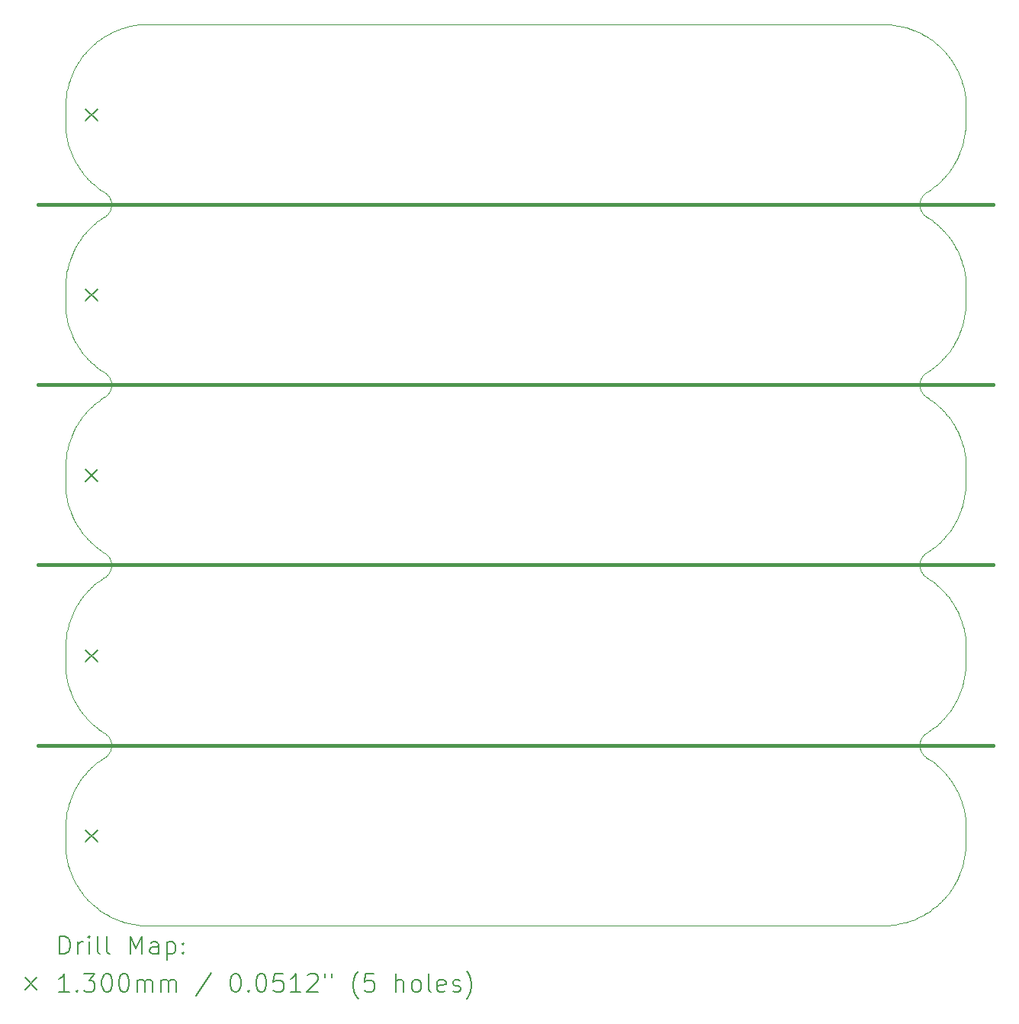
<source format=gbr>
%FSLAX45Y45*%
G04 Gerber Fmt 4.5, Leading zero omitted, Abs format (unit mm)*
G04 Created by KiCad (PCBNEW (6.0.5)) date 2023-07-06 00:19:42*
%MOMM*%
%LPD*%
G01*
G04 APERTURE LIST*
%TA.AperFunction,Profile*%
%ADD10C,0.400000*%
%TD*%
%TA.AperFunction,Profile*%
%ADD11C,0.100000*%
%TD*%
%ADD12C,0.200000*%
%ADD13C,0.130000*%
G04 APERTURE END LIST*
D10*
X9552997Y-7999000D02*
X20147003Y-7999000D01*
X9552997Y-4000000D02*
X20147003Y-4000000D01*
X9552997Y-9999000D02*
X20147003Y-9999000D01*
X9552997Y-6000000D02*
X20147003Y-6000000D01*
D11*
X9860584Y-4794617D02*
X9860065Y-4798623D01*
X19836812Y-4768943D02*
X19836808Y-4768918D01*
X9983217Y-8443160D02*
X9983204Y-8443181D01*
X19779569Y-7429052D02*
X19779579Y-7429029D01*
X19701545Y-8417882D02*
X19677474Y-8382542D01*
X9958251Y-2487529D02*
X9958239Y-2487552D01*
X10306096Y-8121848D02*
X10299923Y-8126745D01*
X19505028Y-5797491D02*
X19537725Y-5769938D01*
X19760789Y-3471971D02*
X19760801Y-3471948D01*
X19440006Y-8153074D02*
X19439985Y-8153060D01*
X10383022Y-11915752D02*
X10422187Y-11932757D01*
X9960141Y-6483959D02*
X9958251Y-6487529D01*
X19035699Y-11993484D02*
X19078053Y-11987618D01*
X10162269Y-4227873D02*
X10162250Y-4227890D01*
X9939193Y-2525863D02*
X9937488Y-2529525D01*
X19817088Y-10677352D02*
X19816028Y-10673454D01*
X10084267Y-3694617D02*
X10113454Y-3725782D01*
X9950363Y-3498650D02*
X9950374Y-3498673D01*
X10113472Y-7725800D02*
X10116303Y-7728673D01*
X10352816Y-7943216D02*
X10355435Y-7950647D01*
X19429090Y-11852365D02*
X19429111Y-11852351D01*
X19770269Y-2544993D02*
X19770259Y-2544969D01*
X19760801Y-3471948D02*
X19762506Y-3468286D01*
X19464471Y-5828266D02*
X19467751Y-5825908D01*
X9852997Y-5140225D02*
X9852997Y-5140247D01*
X19846856Y-4858298D02*
X19846854Y-4858276D01*
X19574928Y-5735184D02*
X19574946Y-5735166D01*
X19616432Y-2306227D02*
X19616415Y-2306208D01*
X19846997Y-9105751D02*
X19846997Y-9105724D01*
X9939204Y-8525839D02*
X9939193Y-8525862D01*
X19360851Y-5912222D02*
X19365317Y-5905735D01*
X19748378Y-10499027D02*
X19748366Y-10499005D01*
X19607424Y-11701403D02*
X19635525Y-11669176D01*
X10437509Y-2060337D02*
X10437485Y-2060346D01*
X19750219Y-2502652D02*
X19750207Y-2502629D01*
X19748378Y-4499028D02*
X19748366Y-4499005D01*
X19836147Y-8764906D02*
X19828124Y-8722907D01*
X19646700Y-2341984D02*
X19646684Y-2341965D01*
X19505028Y-9797491D02*
X19537725Y-9769938D01*
X10361835Y-4020690D02*
X10360605Y-4028473D01*
X10257235Y-5845105D02*
X10260590Y-5847344D01*
X10274322Y-6143243D02*
X10274300Y-6143257D01*
X19553590Y-4242317D02*
X19550614Y-4239585D01*
X19760789Y-9471971D02*
X19760801Y-9471948D01*
X9903856Y-4612605D02*
X9902533Y-4616422D01*
X9867900Y-10748318D02*
X9867895Y-10748343D01*
X19817088Y-2677352D02*
X19816028Y-2673454D01*
X10345334Y-10073035D02*
X10341531Y-10079936D01*
X19803743Y-2632445D02*
X19802485Y-2628606D01*
X19779579Y-9429029D02*
X19781094Y-9425284D01*
X9950363Y-9498650D02*
X9950374Y-9498673D01*
X19384262Y-10114159D02*
X19378700Y-10108583D01*
X19518368Y-4211467D02*
X19518348Y-4211450D01*
X9852997Y-8892087D02*
X9852997Y-9140224D01*
X10125066Y-2262627D02*
X10125048Y-2262645D01*
X19584376Y-2272064D02*
X19584358Y-2272046D01*
X9999103Y-9583221D02*
X10023192Y-9618475D01*
X19140538Y-2023631D02*
X19098680Y-2014901D01*
X19607424Y-3701404D02*
X19635525Y-3669177D01*
X19739841Y-9513874D02*
X19739853Y-9513852D01*
X19816028Y-8673454D02*
X19816021Y-8673429D01*
X19352909Y-9925820D02*
X19356711Y-9918923D01*
X19584376Y-4272064D02*
X19584358Y-4272046D01*
X10061859Y-10331785D02*
X10035443Y-10365407D01*
X19796138Y-11385205D02*
X19797460Y-11381388D01*
X19846967Y-6860022D02*
X19846965Y-6859979D01*
X19748378Y-6499028D02*
X19748366Y-6499005D01*
X10081553Y-3691566D02*
X10081569Y-3691585D01*
X10232243Y-6171903D02*
X10232223Y-6171918D01*
X9981133Y-8446650D02*
X9981121Y-8446672D01*
X10125048Y-10262645D02*
X10095336Y-10293393D01*
X19832822Y-5245494D02*
X19832827Y-5245468D01*
X10329722Y-3902159D02*
X10334404Y-3908497D01*
X19839929Y-7199188D02*
X19839932Y-7199163D01*
X10293516Y-4131331D02*
X10286879Y-4135600D01*
X19666995Y-11629123D02*
X19691658Y-11594195D01*
X19716777Y-5554651D02*
X19716790Y-5554629D01*
X10469793Y-11950598D02*
X10469817Y-11950606D01*
X19836812Y-6768943D02*
X19836808Y-6768917D01*
X10194966Y-2200320D02*
X10162269Y-2227873D01*
X19365317Y-7905735D02*
X19370098Y-7899476D01*
X10270883Y-10145459D02*
X10235544Y-10169530D01*
X19439985Y-10153060D02*
X19409070Y-10133520D01*
X19347988Y-11899172D02*
X19385601Y-11878836D01*
X19691673Y-5594174D02*
X19693918Y-5590816D01*
X19846965Y-10859979D02*
X19846856Y-10858297D01*
X10485444Y-2043261D02*
X10481605Y-2044519D01*
X19847003Y-2861707D02*
X19846967Y-2860023D01*
X19619130Y-10309268D02*
X19619114Y-10309248D01*
X9912365Y-5413213D02*
X9913822Y-5416974D01*
X10323055Y-6105410D02*
X10317676Y-6111167D01*
X19409070Y-10133520D02*
X19402508Y-10129142D01*
X10025582Y-7621787D02*
X10051439Y-7655765D01*
X10125048Y-6262645D02*
X10095336Y-6293393D01*
X19467751Y-9825908D02*
X19467771Y-9825892D01*
X19363761Y-10090302D02*
X19359405Y-10083741D01*
X19638118Y-9666045D02*
X19638134Y-9666026D01*
X9883266Y-5324323D02*
X9884332Y-5328212D01*
X19584358Y-4272046D02*
X19553609Y-4242334D01*
X19703747Y-6421299D02*
X19701559Y-6417903D01*
X19741743Y-11510281D02*
X19741755Y-11510259D01*
X19574946Y-7735165D02*
X19604658Y-7704417D01*
X9952207Y-9502266D02*
X9952219Y-9502288D01*
X19718873Y-7551138D02*
X19739841Y-7513874D01*
X9958239Y-6487552D02*
X9939204Y-6525839D01*
X19337631Y-9970360D02*
X19339247Y-9962651D01*
X9896673Y-11369115D02*
X9896680Y-11369139D01*
X10150054Y-9761067D02*
X10150073Y-9761084D01*
X9912356Y-5413189D02*
X9912365Y-5413213D01*
X19587226Y-8274963D02*
X19587208Y-8274944D01*
X10257235Y-7845105D02*
X10260590Y-7847344D01*
X19716777Y-9554651D02*
X19716790Y-9554629D01*
X19321137Y-2086192D02*
X19317475Y-2084487D01*
X19649224Y-2345139D02*
X19646700Y-2341984D01*
X19005819Y-2002654D02*
X19005793Y-2002652D01*
X19440006Y-2153075D02*
X19439985Y-2153061D01*
X10222292Y-11820479D02*
X10222312Y-11820494D01*
X19842677Y-6811297D02*
X19836812Y-6768943D01*
X10530376Y-2029910D02*
X10530351Y-2029917D01*
X9981133Y-6446650D02*
X9981121Y-6446672D01*
X10469817Y-11950606D02*
X10510512Y-11963529D01*
X9950363Y-11498650D02*
X9950374Y-11498673D01*
X19844344Y-11156607D02*
X19844658Y-11152580D01*
X19515217Y-8208858D02*
X19481595Y-8182441D01*
X19550614Y-4239585D02*
X19550595Y-4239568D01*
X10006062Y-8407016D02*
X9983217Y-8443160D01*
X9876630Y-10706460D02*
X9867900Y-10748318D01*
X19336399Y-7978139D02*
X19337631Y-7970360D01*
X19646684Y-4341964D02*
X19619130Y-4309268D01*
X19443365Y-10155319D02*
X19440006Y-10153074D01*
X10351891Y-4058711D02*
X10348790Y-4065954D01*
X19619130Y-6309268D02*
X19619114Y-6309248D01*
X9912365Y-7413213D02*
X9913822Y-7416974D01*
X19360851Y-7912222D02*
X19365317Y-7905735D01*
X19478315Y-10179997D02*
X19443386Y-10155334D01*
X10033014Y-4368666D02*
X10032999Y-4368687D01*
X10051455Y-11655785D02*
X10053978Y-11658931D01*
X9876636Y-10706435D02*
X9876630Y-10706460D01*
X19843132Y-8815337D02*
X19842680Y-8811322D01*
X19464450Y-5828281D02*
X19464471Y-5828266D01*
X10008321Y-4403636D02*
X10006076Y-4406995D01*
X19703747Y-4421299D02*
X19701559Y-4417903D01*
X9856965Y-11186589D02*
X9857425Y-11190596D01*
X10035427Y-10365427D02*
X10033014Y-10368666D01*
X19638134Y-7666026D02*
X19664551Y-7632404D01*
X10356998Y-6043808D02*
X10354629Y-6051323D01*
X10061876Y-10331765D02*
X10061859Y-10331785D01*
X9931925Y-11460110D02*
X9931936Y-11460133D01*
X19823364Y-7291350D02*
X19832094Y-7249493D01*
X10354629Y-6051323D02*
X10351891Y-6058711D01*
X19380562Y-7887708D02*
X19386217Y-7882227D01*
X9903865Y-4612581D02*
X9903856Y-4612605D01*
X10257235Y-9845105D02*
X10260590Y-9847344D01*
X10425950Y-11934278D02*
X10425974Y-11934287D01*
X19728017Y-10461370D02*
X19726006Y-10457866D01*
X10342798Y-7921828D02*
X10346489Y-7928789D01*
X10150073Y-5761084D02*
X10182285Y-5789110D01*
X9960153Y-8483937D02*
X9960141Y-8483959D01*
X10349831Y-5935924D02*
X10352816Y-5943216D01*
X19550595Y-10239567D02*
X19518368Y-10211466D01*
X19677459Y-8382521D02*
X19675100Y-8379242D01*
X10222292Y-5820480D02*
X10222312Y-5820495D01*
X19822432Y-11295307D02*
X19823358Y-11291375D01*
X19803743Y-4632445D02*
X19802485Y-4628606D01*
X10035443Y-6365407D02*
X10035427Y-6365427D01*
X19501834Y-5800047D02*
X19501854Y-5800031D01*
X9930278Y-9456428D02*
X9931925Y-9460110D01*
X19803751Y-6632469D02*
X19803743Y-6632445D01*
X19341242Y-9955032D02*
X19343612Y-9947521D01*
X9864051Y-3236932D02*
X9872152Y-3278855D01*
X9860062Y-8798648D02*
X9855652Y-8841178D01*
X9999103Y-7583221D02*
X10023192Y-7618475D01*
X19340521Y-4040606D02*
X19338654Y-4032955D01*
X19716777Y-3554651D02*
X19716790Y-3554629D01*
X10740903Y-11999890D02*
X10740929Y-11999891D01*
X9873029Y-7282843D02*
X9883260Y-7324298D01*
X19666995Y-3629124D02*
X19691658Y-3594195D01*
X19836812Y-8768943D02*
X19836808Y-8768917D01*
X19607424Y-9701404D02*
X19635525Y-9669176D01*
X19337169Y-10025220D02*
X19336068Y-10017421D01*
X10300233Y-11872230D02*
X10337460Y-11893140D01*
X19779579Y-3429029D02*
X19781094Y-3425284D01*
X19616432Y-10306227D02*
X19616415Y-10306208D01*
X9950374Y-11498673D02*
X9952207Y-11502265D01*
X10147061Y-5758325D02*
X10147080Y-5758342D01*
X19846856Y-6858297D02*
X19846854Y-6858276D01*
X19518368Y-8211466D02*
X19518348Y-8211450D01*
X19770269Y-10544992D02*
X19770259Y-10544969D01*
X19537744Y-7769921D02*
X19540765Y-7767240D01*
X10319446Y-3890219D02*
X10324732Y-3896062D01*
X10352816Y-9943216D02*
X10355435Y-9950647D01*
X19846889Y-9109869D02*
X19846997Y-9105751D01*
X9853106Y-4887915D02*
X9853105Y-4887941D01*
X19846997Y-5105751D02*
X19846997Y-5105725D01*
X19574946Y-9735165D02*
X19604658Y-9704417D01*
X10023192Y-3618475D02*
X10023207Y-3618496D01*
X9920425Y-4568758D02*
X9920415Y-4568782D01*
X9972601Y-7539837D02*
X9974615Y-7543331D01*
X19802477Y-8628582D02*
X19788129Y-8588302D01*
X9867167Y-2752343D02*
X9860588Y-2794591D01*
X19828119Y-10722882D02*
X19827260Y-10718935D01*
X10051455Y-9655785D02*
X10053978Y-9658932D01*
X19349453Y-5932897D02*
X19352909Y-5925820D01*
X19844660Y-9152554D02*
X19846888Y-9109895D01*
X19553609Y-6242334D02*
X19553590Y-6242316D01*
X9896680Y-7369139D02*
X9897944Y-7372969D01*
X10064468Y-4328634D02*
X10064452Y-4328654D01*
X10260612Y-5847358D02*
X10289044Y-5865295D01*
X9974628Y-3543353D02*
X9996886Y-3579791D01*
X19649224Y-4345139D02*
X19646700Y-4341984D01*
X10346489Y-9928789D02*
X10349831Y-9935924D01*
X10051439Y-5655765D02*
X10051455Y-5655785D01*
X19750219Y-4502652D02*
X19750207Y-4502629D01*
X19537725Y-3769938D02*
X19537744Y-3769921D01*
X19335554Y-7985969D02*
X19336399Y-7978139D01*
X19839932Y-9199163D02*
X19844342Y-9156632D01*
X10053995Y-7658951D02*
X10081553Y-7691565D01*
X10293516Y-10131331D02*
X10286879Y-10135600D01*
X9889559Y-10657218D02*
X9888433Y-10661097D01*
X19839929Y-5199188D02*
X19839932Y-5199163D01*
X19604658Y-5704417D02*
X19604676Y-5704399D01*
X10033014Y-10368666D02*
X10032999Y-10368687D01*
X19404713Y-7867554D02*
X19411347Y-7863287D01*
X9912356Y-11413189D02*
X9912365Y-11413212D01*
X10150054Y-5761067D02*
X10150073Y-5761084D01*
X9896680Y-9369139D02*
X9897944Y-9372969D01*
X19796129Y-5385230D02*
X19796138Y-5385205D01*
X19587226Y-4274963D02*
X19587208Y-4274945D01*
X10219055Y-11818073D02*
X10222292Y-11820479D01*
X9983217Y-10443160D02*
X9983204Y-10443181D01*
X19846856Y-2858298D02*
X19846854Y-2858276D01*
X9876636Y-4706436D02*
X9876630Y-4706461D01*
X19803743Y-10632445D02*
X19802485Y-10628606D01*
X19716790Y-11554629D02*
X19718860Y-11551160D01*
X9913822Y-11416973D02*
X9913831Y-11416997D01*
X10064452Y-2328654D02*
X10061876Y-2331765D01*
X9877561Y-6702503D02*
X9876636Y-6706435D01*
X19716790Y-5554629D02*
X19718860Y-5551161D01*
X9855336Y-8845231D02*
X9855334Y-8845256D01*
X10274322Y-2143244D02*
X10274300Y-2143257D01*
X19828119Y-6722882D02*
X19827260Y-6718935D01*
X19390094Y-8119453D02*
X19384262Y-8114159D01*
X10023207Y-9618496D02*
X10025567Y-9621766D01*
X19467751Y-7825908D02*
X19467771Y-7825892D01*
X10182285Y-11789110D02*
X10182305Y-11789127D01*
X9974628Y-11543353D02*
X9996886Y-11579791D01*
X19365317Y-3905735D02*
X19370098Y-3899476D01*
X19844342Y-9156632D02*
X19844344Y-9156607D01*
X19584358Y-10272046D02*
X19553609Y-10242334D01*
X9856963Y-7186564D02*
X9856965Y-7186590D01*
X10053995Y-9658951D02*
X10081553Y-9691565D01*
X10295612Y-7869670D02*
X10301945Y-7874358D01*
X19398308Y-3872137D02*
X19404713Y-3867554D01*
X19352909Y-5925820D02*
X19356711Y-5918923D01*
X19392138Y-9877032D02*
X19398308Y-9872137D01*
X19832822Y-9245493D02*
X19832827Y-9245468D01*
X9855334Y-4845257D02*
X9853106Y-4887915D01*
X19768605Y-4541256D02*
X19750219Y-4502652D01*
X9873024Y-3282819D02*
X9873029Y-3282844D01*
X19439985Y-4153061D02*
X19409070Y-4133520D01*
X19234418Y-2050864D02*
X19234394Y-2050856D01*
X19843134Y-10815362D02*
X19843132Y-10815337D01*
X10348790Y-8065954D02*
X10345334Y-8073035D01*
X19390094Y-10119453D02*
X19384262Y-10114159D01*
X19082089Y-11986954D02*
X19124088Y-11978931D01*
X19779569Y-5429052D02*
X19779579Y-5429029D01*
X19832094Y-9249493D02*
X19832099Y-9249468D01*
X19718873Y-11551138D02*
X19739841Y-11513874D01*
X10125048Y-2262645D02*
X10095336Y-2293394D01*
X10356998Y-10043808D02*
X10354629Y-10051322D01*
X10035443Y-4365407D02*
X10035427Y-4365427D01*
X10351891Y-8058711D02*
X10348790Y-8065954D01*
X10274300Y-4143257D02*
X10270904Y-4145445D01*
X19844658Y-9152580D02*
X19844660Y-9152554D01*
X10651749Y-11992948D02*
X10651774Y-11992951D01*
X9857428Y-3190622D02*
X9863379Y-3232903D01*
X10162250Y-8227889D02*
X10159228Y-8230571D01*
X18954936Y-2000000D02*
X18954910Y-2000000D01*
X19429090Y-7852366D02*
X19429111Y-7852351D01*
X10299923Y-4126746D02*
X10293516Y-4131331D01*
X19515237Y-10208874D02*
X19515217Y-10208858D01*
X19638134Y-5666026D02*
X19664551Y-5632404D01*
X9863383Y-7232928D02*
X9864047Y-7236907D01*
X19675100Y-8379242D02*
X19675085Y-8379221D01*
X9876636Y-2706436D02*
X9876630Y-2706461D01*
X19846967Y-2860023D02*
X19846965Y-2859979D01*
X19540765Y-7767240D02*
X19540784Y-7767223D01*
X9884339Y-3328237D02*
X9896673Y-3369115D01*
X19587226Y-10274963D02*
X19587208Y-10274944D01*
X10257235Y-11845105D02*
X10260590Y-11847344D01*
X10235544Y-10169530D02*
X10235523Y-10169544D01*
X9884332Y-7328212D02*
X9884339Y-7328237D01*
X19587208Y-2274945D02*
X19584376Y-2272064D01*
X10352005Y-2098639D02*
X10314393Y-2118975D01*
X9972588Y-7539814D02*
X9972601Y-7539837D01*
X9853036Y-5141976D02*
X9853037Y-5142020D01*
X19505008Y-11797507D02*
X19505028Y-11797491D01*
X19701545Y-6417882D02*
X19677474Y-6382542D01*
X9864051Y-7236932D02*
X9872152Y-7278854D01*
X19797468Y-11381364D02*
X19810427Y-11340617D01*
X9999103Y-5583221D02*
X10023192Y-5618475D01*
X19537744Y-9769921D02*
X19540765Y-9767240D01*
X9960141Y-10483959D02*
X9958251Y-10487529D01*
X19741755Y-7510259D02*
X19760789Y-7471971D01*
X9912365Y-3413213D02*
X9913822Y-3416974D01*
X18987017Y-11997772D02*
X18988693Y-11997663D01*
X19846997Y-7105751D02*
X19846997Y-7105724D01*
X19343612Y-9947521D02*
X19346351Y-9940137D01*
X19823358Y-3291375D02*
X19823364Y-3291350D01*
X10437485Y-2060346D02*
X10397992Y-2076735D01*
X19839409Y-5203194D02*
X19839929Y-5199188D01*
X9983204Y-2443182D02*
X9981133Y-2446650D01*
X9855334Y-2845257D02*
X9853106Y-2887915D01*
X19481595Y-6182441D02*
X19481575Y-6182426D01*
X19359405Y-6083741D02*
X19355379Y-6076971D01*
X10159228Y-6230571D02*
X10159209Y-6230588D01*
X19811567Y-3336688D02*
X19822426Y-3295332D01*
X19574928Y-9735184D02*
X19574946Y-9735165D01*
X9877561Y-2702504D02*
X9876636Y-2706436D01*
X9918890Y-4572550D02*
X9903865Y-4612581D01*
X19429111Y-3852352D02*
X19464450Y-3828281D01*
X10668360Y-2003869D02*
X10668335Y-2003872D01*
X19802485Y-4628606D02*
X19802477Y-4628582D01*
X9855649Y-10841203D02*
X9855336Y-10845231D01*
X19788129Y-6588302D02*
X19788120Y-6588278D01*
X9930278Y-3456428D02*
X9931925Y-3460110D01*
X19797460Y-3381388D02*
X19797468Y-3381364D01*
X9950374Y-3498673D02*
X9952207Y-3502266D01*
X9853037Y-5142020D02*
X9853153Y-5143746D01*
X10084250Y-11694598D02*
X10084267Y-11694617D01*
X9877561Y-4702503D02*
X9876636Y-4706436D01*
X19803743Y-6632445D02*
X19802485Y-6628606D01*
X19540784Y-3767223D02*
X19572029Y-3738034D01*
X9853037Y-9142020D02*
X9853153Y-9143746D01*
X10092569Y-8296407D02*
X10064468Y-8328634D01*
X19635542Y-3669157D02*
X19638118Y-3666046D01*
X9860584Y-2794617D02*
X9860065Y-2798623D01*
X19803751Y-2632469D02*
X19803743Y-2632445D01*
X10514411Y-11964659D02*
X10514435Y-11964665D01*
X19638134Y-11666025D02*
X19664551Y-11632404D01*
X9918899Y-6572526D02*
X9918890Y-6572550D01*
X10182305Y-3789127D02*
X10185414Y-3791696D01*
X19481595Y-8182441D02*
X19481575Y-8182426D01*
X19811567Y-5336688D02*
X19822426Y-5295332D01*
X19348357Y-6062876D02*
X19345378Y-6055585D01*
X19035673Y-11993487D02*
X19035699Y-11993484D01*
X10617930Y-2010852D02*
X10617905Y-2010857D01*
X19443386Y-10155334D02*
X19443365Y-10155319D01*
X19844342Y-11156632D02*
X19844344Y-11156607D01*
X19839409Y-7203194D02*
X19839929Y-7199188D01*
X19844660Y-7152554D02*
X19846888Y-7109895D01*
X19574946Y-11735165D02*
X19604658Y-11704417D01*
X19001766Y-2002338D02*
X19001740Y-2002336D01*
X9902533Y-4616422D02*
X9902525Y-4616447D01*
X19515217Y-10208858D02*
X19481595Y-10182441D01*
X19748366Y-8499005D02*
X19728030Y-8461392D01*
X19796138Y-5385205D02*
X19797460Y-5381388D01*
X10324732Y-7896061D02*
X10329722Y-7902159D01*
X19515237Y-6208874D02*
X19515217Y-6208858D01*
X10006076Y-2406995D02*
X10006062Y-2407016D01*
X19340521Y-6040606D02*
X19338654Y-6032954D01*
X19675085Y-8379221D02*
X19649239Y-8345159D01*
X10182285Y-5789110D02*
X10182305Y-5789127D01*
X19811560Y-7336713D02*
X19811567Y-7336688D01*
X10555737Y-11975494D02*
X10555762Y-11975500D01*
X9920415Y-8568782D02*
X9918899Y-8572526D01*
X19481575Y-4182426D02*
X19478335Y-4180012D01*
X19728030Y-10461392D02*
X19728017Y-10461370D01*
X19677459Y-4382522D02*
X19675100Y-4379242D01*
X19584376Y-6272064D02*
X19584358Y-6272046D01*
X19716790Y-7554629D02*
X19718860Y-7551160D01*
X10329722Y-5902159D02*
X10334404Y-5908497D01*
X19827260Y-10718935D02*
X19827254Y-10718910D01*
X9958251Y-6487529D02*
X9958239Y-6487552D01*
X10194966Y-4200319D02*
X10162269Y-4227873D01*
X10127946Y-6259795D02*
X10125066Y-6262627D01*
X19359405Y-8083741D02*
X19355379Y-8076971D01*
X19518348Y-4211450D02*
X19515237Y-4208874D01*
X10081569Y-5691585D02*
X10084250Y-5694598D01*
X10025567Y-11621766D02*
X10025582Y-11621787D01*
X19345378Y-8055585D02*
X19342764Y-8048156D01*
X9920425Y-8568758D02*
X9920415Y-8568782D01*
X19572048Y-11738016D02*
X19574928Y-11735183D01*
X10113472Y-9725800D02*
X10116303Y-9728673D01*
X19335098Y-7993832D02*
X19335554Y-7985969D01*
X10113454Y-11725781D02*
X10113472Y-11725800D01*
X19839406Y-5203220D02*
X19839409Y-5203194D01*
X10162250Y-6227889D02*
X10159228Y-6230571D01*
X10219055Y-7818073D02*
X10222292Y-7820480D01*
X9857425Y-11190596D02*
X9857428Y-11190622D01*
X19518348Y-8211450D02*
X19515237Y-8208874D01*
X10605507Y-11985861D02*
X10605533Y-11985866D01*
X19760789Y-7471971D02*
X19760801Y-7471948D01*
X10295612Y-3869670D02*
X10301945Y-3874358D01*
X19396181Y-4124451D02*
X19390094Y-4119453D01*
X9974615Y-3543331D02*
X9974628Y-3543353D01*
X9972588Y-11539814D02*
X9972601Y-11539837D01*
X19842680Y-2811322D02*
X19842677Y-2811297D01*
X10113454Y-5725782D02*
X10113472Y-5725800D01*
X9903865Y-10612581D02*
X9903856Y-10612605D01*
X19218389Y-11953292D02*
X19218413Y-11953283D01*
X19375184Y-7893462D02*
X19380562Y-7887708D01*
X10033014Y-6368666D02*
X10032999Y-6368687D01*
X19810435Y-11340592D02*
X19811560Y-11336713D01*
X19619114Y-6309248D02*
X19616432Y-6306227D01*
X10035443Y-10365407D02*
X10035427Y-10365427D01*
X19359405Y-10083741D02*
X19355379Y-10076971D01*
X10306096Y-6121848D02*
X10299923Y-6126745D01*
X9902525Y-10616446D02*
X9889566Y-10657193D01*
X10349831Y-3935924D02*
X10352816Y-3943217D01*
X10559713Y-11976429D02*
X10601514Y-11985135D01*
X19832099Y-5249468D02*
X19832822Y-5245494D01*
X9889566Y-6657193D02*
X9889559Y-6657218D01*
X19832827Y-3245468D02*
X19839406Y-3203220D01*
X19355379Y-4076971D02*
X19351693Y-4070011D01*
X19370098Y-9899476D02*
X19375184Y-9893462D01*
X19356711Y-9918923D02*
X19360851Y-9912222D01*
X10301945Y-7874358D02*
X10308039Y-7879353D01*
X19501854Y-11800031D02*
X19505008Y-11797507D01*
X19635525Y-7669176D02*
X19635542Y-7669157D01*
X9873029Y-3282844D02*
X9883260Y-3324298D01*
X10053995Y-3658951D02*
X10081553Y-3691566D01*
X10257214Y-5845091D02*
X10257235Y-5845105D01*
X19052381Y-2007586D02*
X19048375Y-2007067D01*
X19359405Y-4083741D02*
X19355379Y-4076971D01*
X9852997Y-9140247D02*
X9853036Y-9141976D01*
X10354629Y-8051322D02*
X10351891Y-8058711D01*
X10341531Y-8079936D02*
X10337391Y-8086640D01*
X19616432Y-6306227D02*
X19616415Y-6306208D01*
X19649239Y-2345159D02*
X19649224Y-2345139D01*
X19691673Y-11594174D02*
X19693918Y-11590816D01*
X9873029Y-11282843D02*
X9883260Y-11324297D01*
X19703760Y-10421321D02*
X19703747Y-10421299D01*
X10337391Y-4086640D02*
X10332925Y-4093131D01*
X19691673Y-7594174D02*
X19693918Y-7590816D01*
X10198140Y-6197780D02*
X10194985Y-6200303D01*
X10363130Y-10004990D02*
X10362677Y-10012856D01*
X19375184Y-9893462D02*
X19380562Y-9887708D01*
X19832827Y-5245468D02*
X19839406Y-5203220D01*
X19481575Y-6182426D02*
X19478335Y-6180012D01*
X19827254Y-2718911D02*
X19817094Y-2677377D01*
X19348357Y-8062876D02*
X19345378Y-8055585D01*
X19443386Y-8155334D02*
X19443365Y-8155319D01*
X19728030Y-4461392D02*
X19728017Y-4461370D01*
X10334404Y-9908497D02*
X10338766Y-9915058D01*
X19572029Y-5738034D02*
X19572048Y-5738016D01*
X10338766Y-3915058D02*
X10342798Y-3921828D01*
X19368436Y-8096640D02*
X19363761Y-8090302D01*
X19847003Y-4861729D02*
X19847003Y-4861707D01*
X19788120Y-8588278D02*
X19786667Y-8584509D01*
X18959081Y-2000109D02*
X18959055Y-2000108D01*
X10360605Y-10028473D02*
X10358991Y-10036185D01*
X19770269Y-4544993D02*
X19770259Y-4544969D01*
X19762506Y-3468286D02*
X19762516Y-3468263D01*
X9897944Y-9372969D02*
X9897952Y-9372994D01*
X19779569Y-11429052D02*
X19779579Y-11429028D01*
X10113472Y-11725800D02*
X10116303Y-11728672D01*
X19429111Y-5852352D02*
X19464450Y-5828281D01*
X19779569Y-3429052D02*
X19779579Y-3429029D01*
X10270883Y-2145459D02*
X10235544Y-2169530D01*
X19518368Y-6211467D02*
X19518348Y-6211450D01*
X9972601Y-9539837D02*
X9974615Y-9543331D01*
X9853105Y-8887941D02*
X9852997Y-8892061D01*
X9937488Y-10529524D02*
X9937477Y-10529548D01*
X10182285Y-3789110D02*
X10182305Y-3789127D01*
X19402508Y-8129142D02*
X19396181Y-8124451D01*
X19173541Y-11966834D02*
X19173566Y-11966827D01*
X19616415Y-10306208D02*
X19587226Y-10274963D01*
X10061876Y-4331765D02*
X10061859Y-4331785D01*
X10194966Y-8200319D02*
X10162269Y-8227873D01*
X9897944Y-5372970D02*
X9897952Y-5372994D01*
X19402508Y-10129142D02*
X19396181Y-10124451D01*
X10361835Y-6020690D02*
X10360605Y-6028473D01*
X19693918Y-5590816D02*
X19693931Y-5590795D01*
X19481595Y-4182441D02*
X19481575Y-4182426D01*
X19796129Y-7385229D02*
X19796138Y-7385205D01*
X10257214Y-11845091D02*
X10257235Y-11845105D01*
X19823364Y-9291350D02*
X19832094Y-9249493D01*
X10127964Y-8259777D02*
X10127946Y-8259795D01*
X10362866Y-3989238D02*
X10363194Y-3997111D01*
X10095336Y-8293393D02*
X10095318Y-8293412D01*
X10355629Y-2096797D02*
X10352028Y-2098627D01*
X10362866Y-5989238D02*
X10363194Y-5997111D01*
X10698317Y-11997667D02*
X10740903Y-11999890D01*
X19846854Y-2858276D02*
X19843134Y-2815362D01*
X19363761Y-4090303D02*
X19359405Y-4083741D01*
X10465957Y-11949271D02*
X10465981Y-11949280D01*
X9939204Y-4525839D02*
X9939193Y-4525863D01*
X10310845Y-2121011D02*
X10274322Y-2143244D01*
X19501854Y-9800031D02*
X19505008Y-9797508D01*
X10095336Y-4293394D02*
X10095318Y-4293412D01*
X9852997Y-3140247D02*
X9853036Y-3141976D01*
X19370098Y-5899476D02*
X19375184Y-5893463D01*
X10360605Y-8028473D02*
X10358991Y-8036185D01*
X10257214Y-3845091D02*
X10257235Y-3845105D01*
X19140563Y-2023636D02*
X19140538Y-2023631D01*
X9896673Y-3369115D02*
X9896680Y-3369139D01*
X9883266Y-7324322D02*
X9884332Y-7328212D01*
X19726006Y-8457867D02*
X19725993Y-8457845D01*
X19728017Y-8461370D02*
X19726006Y-8457867D01*
X19607407Y-5701423D02*
X19607424Y-5701404D01*
X19677474Y-10382542D02*
X19677459Y-10382521D01*
X19832094Y-5249493D02*
X19832099Y-5249468D01*
X9855649Y-2841204D02*
X9855336Y-2845231D01*
X10319446Y-7890218D02*
X10324732Y-7896061D01*
X10317676Y-6111167D02*
X10312018Y-6116651D01*
X19832827Y-9245468D02*
X19839406Y-9203219D01*
X10147080Y-7758342D02*
X10150054Y-7761067D01*
X9855334Y-8845256D02*
X9853106Y-8887915D01*
X19677474Y-6382542D02*
X19677459Y-6382521D01*
X19836808Y-4768918D02*
X19836152Y-4764932D01*
X9918890Y-10572550D02*
X9903865Y-10612581D01*
X19390094Y-4119453D02*
X19384262Y-4114159D01*
X9852997Y-11140246D02*
X9853036Y-11141975D01*
X19675100Y-2379242D02*
X19675085Y-2379222D01*
X19770259Y-8544969D02*
X19768616Y-8541279D01*
X10355435Y-3950648D02*
X10357684Y-3958199D01*
X9950374Y-9498673D02*
X9952207Y-9502266D01*
X19847003Y-6861729D02*
X19847003Y-6861707D01*
X10127964Y-6259777D02*
X10127946Y-6259795D01*
X10008321Y-2403637D02*
X10006076Y-2406995D01*
X9852997Y-4892087D02*
X9852997Y-5140225D01*
X19501834Y-3800047D02*
X19501854Y-3800031D01*
X19537725Y-5769938D02*
X19537744Y-5769921D01*
X9983204Y-10443181D02*
X9981133Y-10446650D01*
X10006076Y-10406995D02*
X10006062Y-10407016D01*
X19380562Y-5887708D02*
X19386217Y-5882227D01*
X9930278Y-5456428D02*
X9931925Y-5460110D01*
X19345378Y-10055585D02*
X19342764Y-10048156D01*
X9852997Y-3140225D02*
X9852997Y-3140247D01*
X19373420Y-8102739D02*
X19368436Y-8096640D01*
X10342798Y-5921828D02*
X10346489Y-5928789D01*
X19725993Y-6457845D02*
X19703760Y-6421321D01*
X19779579Y-5429029D02*
X19781094Y-5425284D01*
X19786667Y-6584509D02*
X19786658Y-6584485D01*
X19341242Y-3955032D02*
X19343612Y-3947521D01*
X19439985Y-6153061D02*
X19409070Y-6133520D01*
X19384262Y-6114159D02*
X19378700Y-6108584D01*
X19467771Y-3825893D02*
X19501834Y-3800047D01*
X10008321Y-10403636D02*
X10006076Y-10406995D01*
X10510512Y-11963529D02*
X10510537Y-11963536D01*
X10053978Y-3658932D02*
X10053995Y-3658951D01*
X10575906Y-2018880D02*
X10575881Y-2018885D01*
X19335355Y-10009577D02*
X19335031Y-10001708D01*
X9872157Y-5278880D02*
X9873024Y-5282819D01*
X19823358Y-11291375D02*
X19823364Y-11291350D01*
X10345334Y-8073035D02*
X10341531Y-8079936D01*
X19574946Y-3735166D02*
X19604658Y-3704417D01*
X10025567Y-5621767D02*
X10025582Y-5621787D01*
X19616432Y-8306227D02*
X19616415Y-8306208D01*
X10125066Y-4262627D02*
X10125048Y-4262645D01*
X19378700Y-6108584D02*
X19373420Y-6102739D01*
X9867171Y-10752317D02*
X9867167Y-10752342D01*
X19760801Y-7471948D02*
X19762506Y-7468286D01*
X19842680Y-4811322D02*
X19842677Y-4811297D01*
X10222312Y-7820495D02*
X10257214Y-7845091D01*
X19337631Y-7970360D02*
X19339247Y-7962651D01*
X10235544Y-8169530D02*
X10235523Y-8169544D01*
X9960141Y-4483959D02*
X9958251Y-4487529D01*
X10337391Y-8086640D02*
X10332925Y-8093131D01*
X19823358Y-9291375D02*
X19823364Y-9291350D01*
X19619130Y-8309268D02*
X19619114Y-8309248D01*
X9856963Y-3186564D02*
X9856965Y-3186590D01*
X19832094Y-7249493D02*
X19832099Y-7249468D01*
X19185876Y-2035427D02*
X19144520Y-2024568D01*
X19839409Y-11203194D02*
X19839929Y-11199188D01*
X9872152Y-5278855D02*
X9872157Y-5278880D01*
X9958251Y-10487529D02*
X9958239Y-10487552D01*
X10194966Y-6200319D02*
X10162269Y-6227873D01*
X19607424Y-7701404D02*
X19635525Y-7669176D01*
X19515217Y-6208858D02*
X19481595Y-6182441D01*
X10361835Y-8020690D02*
X10360605Y-8028473D01*
X19844344Y-5156607D02*
X19844658Y-5152580D01*
X19360851Y-3912222D02*
X19365317Y-3905735D01*
X19443365Y-4155320D02*
X19440006Y-4153075D01*
X10159228Y-10230571D02*
X10159209Y-10230588D01*
X10481581Y-2044527D02*
X10441302Y-2058876D01*
X19574946Y-5735166D02*
X19604658Y-5704417D01*
X19464450Y-9828281D02*
X19464471Y-9828266D01*
X19847003Y-6861707D02*
X19846967Y-6860022D01*
X19823364Y-3291350D02*
X19832094Y-3249493D01*
X9852997Y-5140247D02*
X9853036Y-5141976D01*
X9974628Y-7543353D02*
X9996886Y-7579791D01*
X10162250Y-10227889D02*
X10159228Y-10230571D01*
X19368436Y-4096641D02*
X19363761Y-4090303D01*
X10061859Y-8331785D02*
X10035443Y-8365407D01*
X9853036Y-3141976D02*
X9853037Y-3142020D01*
X19425694Y-3854554D02*
X19429090Y-3852366D01*
X9853154Y-3143768D02*
X9856963Y-3186564D01*
X9883260Y-11324297D02*
X9883266Y-11324322D01*
X19336068Y-4017421D02*
X19335355Y-4009577D01*
X19464471Y-3828266D02*
X19467751Y-3825908D01*
X9960141Y-8483959D02*
X9958251Y-8487529D01*
X10061876Y-6331765D02*
X10061859Y-6331785D01*
X10219035Y-11818057D02*
X10219055Y-11818073D01*
X10571909Y-2019750D02*
X10530376Y-2029910D01*
X19305738Y-11919411D02*
X19344341Y-11901025D01*
X10341071Y-11895048D02*
X10379318Y-11914030D01*
X19802485Y-2628606D02*
X19802477Y-2628582D01*
X19537725Y-11769938D02*
X19537744Y-11769921D01*
X9864051Y-9236932D02*
X9872152Y-9278854D01*
X9902533Y-2616423D02*
X9902525Y-2616447D01*
X9856963Y-9186564D02*
X9856965Y-9186590D01*
X19781094Y-7425284D02*
X19781104Y-7425260D01*
X10323055Y-4105410D02*
X10317676Y-4111167D01*
X19169618Y-11967900D02*
X19169643Y-11967894D01*
X9883266Y-9324322D02*
X9884332Y-9328212D01*
X19402508Y-6129142D02*
X19396181Y-6124451D01*
X19345378Y-6055585D02*
X19342764Y-6048156D01*
X19584358Y-8272046D02*
X19553609Y-8242334D01*
X9877567Y-8702478D02*
X9877561Y-8702503D01*
X19128085Y-11978060D02*
X19169618Y-11967900D01*
X19396181Y-10124451D02*
X19390094Y-10119453D01*
X19214525Y-11954557D02*
X19214550Y-11954549D01*
X9918899Y-8572526D02*
X9918890Y-8572550D01*
X9937477Y-6529548D02*
X9920425Y-6568758D01*
X10295612Y-5869670D02*
X10301945Y-5874358D01*
X19741755Y-11510259D02*
X19760789Y-11471971D01*
X19587208Y-10274944D02*
X19584376Y-10272064D01*
X19675085Y-4379222D02*
X19649239Y-4345159D01*
X10092569Y-2296407D02*
X10064468Y-2328634D01*
X10345334Y-6073035D02*
X10341531Y-6079936D01*
X19844342Y-3156633D02*
X19844344Y-3156607D01*
X19429111Y-7852351D02*
X19464450Y-7828281D01*
X9950363Y-5498650D02*
X9950374Y-5498673D01*
X9863379Y-9232903D02*
X9863383Y-9232928D01*
X19274449Y-2065889D02*
X19234418Y-2050864D01*
X19481575Y-8182426D02*
X19478335Y-8180012D01*
X19739853Y-3513852D02*
X19741743Y-3510282D01*
X10162269Y-10227873D02*
X10162250Y-10227889D01*
X10425974Y-11934287D02*
X10465957Y-11949271D01*
X19124113Y-11978925D02*
X19128060Y-11978066D01*
X19338654Y-10032954D02*
X19337169Y-10025220D01*
X10095318Y-4293412D02*
X10092586Y-4296388D01*
X9913822Y-5416974D02*
X9913831Y-5416997D01*
X9852997Y-7140224D02*
X9852997Y-7140247D01*
X19619114Y-8309248D02*
X19616432Y-8306227D01*
X9860062Y-2798648D02*
X9855652Y-2841178D01*
X9999103Y-11583221D02*
X10023192Y-11618474D01*
X10605533Y-11985866D02*
X10647724Y-11992427D01*
X10182305Y-7789127D02*
X10185414Y-7791696D01*
X19781094Y-3425284D02*
X19781104Y-3425261D01*
X19409070Y-4133520D02*
X19402508Y-4129142D01*
X19335554Y-3985970D02*
X19336399Y-3978139D01*
X9896673Y-9369115D02*
X9896680Y-9369139D01*
X19832099Y-3249468D02*
X19832822Y-3245494D01*
X10328142Y-10099393D02*
X10323055Y-10105409D01*
X10125066Y-6262627D02*
X10125048Y-6262645D01*
X19832822Y-11245493D02*
X19832827Y-11245468D01*
X10274300Y-8143257D02*
X10270904Y-8145445D01*
X19638118Y-3666046D02*
X19638134Y-3666026D01*
X19411347Y-7863287D02*
X19425672Y-7854567D01*
X9950363Y-7498650D02*
X9950374Y-7498673D01*
X9888433Y-6661098D02*
X9888426Y-6661122D01*
X10514435Y-11964665D02*
X10555737Y-11975494D01*
X9863379Y-11232903D02*
X9863383Y-11232928D01*
X19646700Y-8341984D02*
X19646684Y-8341964D01*
X19703760Y-4421321D02*
X19703747Y-4421299D01*
X19302001Y-11921075D02*
X19302025Y-11921065D01*
X19762506Y-7468286D02*
X19762516Y-7468263D01*
X19797460Y-7381388D02*
X19797468Y-7381364D01*
X9996886Y-11579791D02*
X9996899Y-11579812D01*
X19703760Y-2421321D02*
X19703747Y-2421299D01*
X10064468Y-10328634D02*
X10064452Y-10328653D01*
X19846965Y-4859979D02*
X19846856Y-4858298D01*
X19693931Y-7590794D02*
X19716777Y-7554651D01*
X10338766Y-7915058D02*
X10342798Y-7921828D01*
X19693931Y-9590794D02*
X19716777Y-9554651D01*
X10023207Y-3618496D02*
X10025567Y-3621767D01*
X19467771Y-11825892D02*
X19501834Y-11800046D01*
X10349831Y-9935924D02*
X10352816Y-9943216D01*
X10159228Y-8230571D02*
X10159209Y-8230588D01*
X10185414Y-3791696D02*
X10185434Y-3791712D01*
X10664295Y-2004327D02*
X10621941Y-2010192D01*
X10023207Y-5618496D02*
X10025567Y-5621767D01*
X10023192Y-7618475D02*
X10023207Y-7618496D01*
X19638134Y-9666026D02*
X19664551Y-9632404D01*
X9996899Y-7579812D02*
X9999089Y-7583199D01*
X10219035Y-7818057D02*
X10219055Y-7818073D01*
X9855652Y-6841178D02*
X9855649Y-6841203D01*
X19703747Y-10421299D02*
X19701559Y-10417903D01*
X9852997Y-9140224D02*
X9852997Y-9140247D01*
X19810435Y-3340593D02*
X19811560Y-3336713D01*
X19574928Y-3735184D02*
X19574946Y-3735166D01*
X10355435Y-7950647D02*
X10357684Y-7958199D01*
X9884339Y-5328237D02*
X9896673Y-5369115D01*
X10289044Y-9865295D02*
X10295612Y-9869670D01*
X19822432Y-9295307D02*
X19823358Y-9291375D01*
X10061859Y-4331785D02*
X10035443Y-4365407D01*
X19335031Y-4001708D02*
X19335098Y-3993832D01*
X9856965Y-9186590D02*
X9857425Y-9190597D01*
X19343612Y-5947521D02*
X19346351Y-5940137D01*
X19760789Y-11471971D02*
X19760801Y-11471948D01*
X9872157Y-3278880D02*
X9873024Y-3282819D01*
X19836808Y-8768917D02*
X19836152Y-8764931D01*
X10162250Y-2227890D02*
X10159228Y-2230571D01*
X19440006Y-4153075D02*
X19439985Y-4153061D01*
X9860588Y-2794591D02*
X9860584Y-2794617D01*
X10006062Y-6407016D02*
X9983217Y-6443160D01*
X19817094Y-4677377D02*
X19817088Y-4677352D01*
X19827260Y-8718935D02*
X19827254Y-8718910D01*
X10159209Y-2230588D02*
X10127964Y-2259777D01*
X19635525Y-3669177D02*
X19635542Y-3669157D01*
X10355435Y-9950647D02*
X10357684Y-9958199D01*
X19403819Y-2130202D02*
X19400350Y-2128132D01*
X19584358Y-2272046D02*
X19553609Y-2242334D01*
X9867900Y-8748318D02*
X9867895Y-8748343D01*
X10185434Y-5791712D02*
X10219035Y-5818057D01*
X19607407Y-9701423D02*
X19607424Y-9701404D01*
X19646700Y-4341984D02*
X19646684Y-4341964D01*
X19741755Y-3510259D02*
X19760789Y-3471971D01*
X19836812Y-10768943D02*
X19836808Y-10768917D01*
X10714726Y-2000000D02*
X10714705Y-2000000D01*
X9931925Y-5460110D02*
X9931936Y-5460133D01*
X19728017Y-6461370D02*
X19726006Y-6457867D01*
X9876630Y-8706460D02*
X9867900Y-8748318D01*
X19467771Y-7825892D02*
X19501834Y-7800047D01*
X10006076Y-8406995D02*
X10006062Y-8407016D01*
X19031659Y-11993939D02*
X19035673Y-11993487D01*
X19337169Y-8025220D02*
X19336068Y-8017421D01*
X10313877Y-5884645D02*
X10319446Y-5890218D01*
X9884332Y-5328212D02*
X9884339Y-5328237D01*
X19846888Y-5109895D02*
X19846889Y-5109869D01*
X19741743Y-9510281D02*
X19741755Y-9510259D01*
X10361045Y-7973590D02*
X10362149Y-7981391D01*
X9853106Y-6887915D02*
X9853105Y-6887941D01*
X9902533Y-10616422D02*
X9902525Y-10616446D01*
X10032999Y-8368687D02*
X10008336Y-8403615D01*
X10348790Y-6065954D02*
X10345334Y-6073035D01*
X9931925Y-9460110D02*
X9931936Y-9460133D01*
X9860588Y-6794591D02*
X9860584Y-6794616D01*
X19386217Y-5882227D02*
X19392138Y-5877032D01*
X19796129Y-9385229D02*
X19796138Y-9385205D01*
X9952219Y-9502288D02*
X9972588Y-9539814D01*
X19760801Y-9471948D02*
X19762506Y-9468286D01*
X10296724Y-11870140D02*
X10296745Y-11870153D01*
X19635525Y-11669176D02*
X19635542Y-11669157D01*
X9856963Y-11186564D02*
X9856965Y-11186589D01*
X9889566Y-4657194D02*
X9889559Y-4657218D01*
X19844342Y-7156632D02*
X19844344Y-7156607D01*
X19373420Y-10102739D02*
X19368436Y-10096640D01*
X9913831Y-9416997D02*
X9930268Y-9456405D01*
X10362149Y-9981391D02*
X10362866Y-9989238D01*
X19844344Y-7156607D02*
X19844658Y-7152580D01*
X19649239Y-6345159D02*
X19649224Y-6345139D01*
X10185434Y-9791712D02*
X10219035Y-9818057D01*
X19396181Y-8124451D02*
X19390094Y-8119453D01*
X19770259Y-10544969D02*
X19768616Y-10541278D01*
X10232223Y-8171918D02*
X10198160Y-8197764D01*
X9864051Y-11236932D02*
X9872152Y-11278854D01*
X10601539Y-11985140D02*
X10605507Y-11985861D01*
X10222312Y-9820495D02*
X10257214Y-9845091D01*
X9931936Y-3460133D02*
X9950363Y-3498650D01*
X10095318Y-2293412D02*
X10092586Y-2296388D01*
X10033014Y-8368666D02*
X10032999Y-8368687D01*
X19572029Y-3738034D02*
X19572048Y-3738016D01*
X9939204Y-10525839D02*
X9939193Y-10525862D01*
X10362677Y-4012856D02*
X10361835Y-4020690D01*
X19336399Y-5978139D02*
X19337631Y-5970360D01*
X19400350Y-2128132D02*
X19400328Y-2128119D01*
X9877561Y-8702503D02*
X9876636Y-8706435D01*
X9912356Y-9413189D02*
X9912365Y-9413213D01*
X19349453Y-3932897D02*
X19352909Y-3925820D01*
X9855652Y-10841178D02*
X9855649Y-10841203D01*
X10465981Y-11949280D02*
X10469793Y-11950598D01*
X10081569Y-9691585D02*
X10084250Y-9694598D01*
X9855336Y-4845231D02*
X9855334Y-4845257D01*
X10053978Y-7658932D02*
X10053995Y-7658951D01*
X19846854Y-10858276D02*
X19843134Y-10815362D01*
X19346351Y-9940137D02*
X19349453Y-9932897D01*
X19402508Y-4129142D02*
X19396181Y-4124451D01*
X19425694Y-7854554D02*
X19429090Y-7852366D01*
X9902525Y-4616447D02*
X9889566Y-4657194D01*
X10194966Y-10200319D02*
X10162269Y-10227873D01*
X19748366Y-4499005D02*
X19728030Y-4461392D01*
X10337391Y-6086640D02*
X10332925Y-6093131D01*
X19691658Y-3594195D02*
X19691673Y-3594174D01*
X19718860Y-7551160D02*
X19718873Y-7551138D01*
X19380562Y-9887708D02*
X19386217Y-9882227D01*
X19666980Y-3629144D02*
X19666995Y-3629124D01*
X19836152Y-4764932D02*
X19836147Y-4764907D01*
X19478315Y-8179997D02*
X19443386Y-8155334D01*
X19842680Y-8811322D02*
X19842677Y-8811297D01*
X10113454Y-7725782D02*
X10113472Y-7725800D01*
X9867900Y-2748318D02*
X9867895Y-2748343D01*
X9864047Y-7236907D02*
X9864051Y-7236932D01*
X10274322Y-4143244D02*
X10274300Y-4143257D01*
X10125048Y-8262645D02*
X10095336Y-8293393D01*
X9996899Y-11579812D02*
X9999089Y-11583199D01*
X9918890Y-8572550D02*
X9903865Y-8612581D01*
X10324732Y-9896061D02*
X10329722Y-9902159D01*
X9999089Y-3583200D02*
X9999103Y-3583221D01*
X10575881Y-2018885D02*
X10571934Y-2019745D01*
X19352909Y-7925820D02*
X19356711Y-7918923D01*
X9867167Y-8752342D02*
X9860588Y-8794591D01*
X19607407Y-7701423D02*
X19607424Y-7701404D01*
X10286879Y-8135600D02*
X10274322Y-8143243D01*
X10260590Y-7847344D02*
X10260612Y-7847358D01*
X10084250Y-7694598D02*
X10084267Y-7694617D01*
X19341242Y-5955032D02*
X19343612Y-5947521D01*
X19505028Y-3797491D02*
X19537725Y-3769938D01*
X19411347Y-3863287D02*
X19425672Y-3854567D01*
X19144520Y-2024568D02*
X19144495Y-2024562D01*
X19443386Y-4155334D02*
X19443365Y-4155320D01*
X19515237Y-2208874D02*
X19515217Y-2208858D01*
X19537744Y-11769921D02*
X19540765Y-11767240D01*
X19385601Y-11878836D02*
X19385623Y-11878824D01*
X10092569Y-10296407D02*
X10064468Y-10328634D01*
X19481595Y-10182441D02*
X19481575Y-10182426D01*
X19649239Y-8345159D02*
X19649224Y-8345139D01*
X19664566Y-9632383D02*
X19666980Y-9629144D01*
X9853105Y-10887941D02*
X9852997Y-10892061D01*
X19604658Y-7704417D02*
X19604676Y-7704398D01*
X9857425Y-3190597D02*
X9857428Y-3190622D01*
X10185434Y-11791711D02*
X10219035Y-11818057D01*
X10147061Y-7758325D02*
X10147080Y-7758342D01*
X10270883Y-4145459D02*
X10235544Y-4169530D01*
X19443365Y-6155319D02*
X19440006Y-6153074D01*
X9950374Y-7498673D02*
X9952207Y-7502266D01*
X10198140Y-10197780D02*
X10194985Y-10200303D01*
X19540765Y-3767240D02*
X19540784Y-3767223D01*
X9996886Y-7579791D02*
X9996899Y-7579812D01*
X19781104Y-3425261D02*
X19796129Y-3385230D01*
X10740929Y-11999891D02*
X10745067Y-11999998D01*
X19836147Y-4764907D02*
X19828124Y-4722908D01*
X9857425Y-5190597D02*
X9857428Y-5190622D01*
X10023192Y-9618475D02*
X10023207Y-9618496D01*
X19822426Y-9295332D02*
X19822432Y-9295307D01*
X19572029Y-9738034D02*
X19572048Y-9738016D01*
X19823358Y-5291375D02*
X19823364Y-5291350D01*
X19664551Y-3632404D02*
X19664566Y-3632384D01*
X19839932Y-11199162D02*
X19844342Y-11156632D01*
X9902525Y-8616447D02*
X9889566Y-8657193D01*
X9903856Y-10612605D02*
X9902533Y-10616422D01*
X19847003Y-10861729D02*
X19847003Y-10861707D01*
X10510537Y-11963536D02*
X10514411Y-11964659D01*
X9853153Y-5143746D02*
X9853154Y-5143768D01*
X10363130Y-4004990D02*
X10362677Y-4012856D01*
X19335098Y-5993832D02*
X19335554Y-5985969D01*
X19827260Y-2718935D02*
X19827254Y-2718911D01*
X19827254Y-10718910D02*
X19817094Y-10677376D01*
X10150054Y-11761066D02*
X10150073Y-11761083D01*
X10338766Y-5915058D02*
X10342798Y-5921828D01*
X10064452Y-8328653D02*
X10061876Y-8331765D01*
X19587208Y-6274944D02*
X19584376Y-6272064D01*
X19779579Y-7429029D02*
X19781094Y-7425284D01*
X9981121Y-10446672D02*
X9960153Y-10483936D01*
X19666995Y-5629124D02*
X19691658Y-5594195D01*
X19843132Y-10815337D02*
X19842680Y-10811322D01*
X19646684Y-8341964D02*
X19619130Y-8309268D01*
X9888426Y-6661122D02*
X9877567Y-6702478D01*
X9853105Y-2887941D02*
X9852997Y-2892061D01*
X9981121Y-6446672D02*
X9960153Y-6483937D01*
X19649224Y-10345139D02*
X19646700Y-10341984D01*
X10113472Y-3725800D02*
X10116303Y-3728673D01*
X9902533Y-6616422D02*
X9902525Y-6616447D01*
X10035427Y-4365427D02*
X10033014Y-4368666D01*
X19816028Y-6673454D02*
X19816021Y-6673429D01*
X19803751Y-10632469D02*
X19803743Y-10632445D01*
X10317676Y-4111167D02*
X10312018Y-4116651D01*
X10257214Y-7845091D02*
X10257235Y-7845105D01*
X9896673Y-5369115D02*
X9896680Y-5369139D01*
X19693918Y-3590816D02*
X19693931Y-3590795D01*
X9860062Y-6798648D02*
X9855652Y-6841178D01*
X10092586Y-2296388D02*
X10092569Y-2296407D01*
X10219035Y-9818057D02*
X10219055Y-9818073D01*
X10334404Y-5908497D02*
X10338766Y-5915058D01*
X9877561Y-10702503D02*
X9876636Y-10706435D01*
X10116303Y-5728673D02*
X10116321Y-5728691D01*
X10357684Y-3958199D02*
X10359555Y-3965853D01*
X9931925Y-3460110D02*
X9931936Y-3460133D01*
X10651774Y-11992951D02*
X10694245Y-11997350D01*
X10162250Y-4227890D02*
X10159228Y-4230571D01*
X10358991Y-10036185D02*
X10356998Y-10043808D01*
X19587226Y-2274963D02*
X19587208Y-2274945D01*
X19144495Y-2024562D02*
X19140563Y-2023636D01*
X10084250Y-5694598D02*
X10084267Y-5694617D01*
X19816021Y-6673429D02*
X19803751Y-6632469D01*
X9913822Y-9416974D02*
X9913831Y-9416997D01*
X9930268Y-3456405D02*
X9930278Y-3456428D01*
X19389148Y-11876799D02*
X19425672Y-11854567D01*
X9931936Y-11460133D02*
X9950363Y-11498650D01*
X9867167Y-6752342D02*
X9860588Y-6794591D01*
X9972588Y-9539814D02*
X9972601Y-9539837D01*
X19363761Y-6090302D02*
X19359405Y-6083741D01*
X9857425Y-9190597D02*
X9857428Y-9190622D01*
X9912356Y-3413189D02*
X9912365Y-3413213D01*
X19262485Y-11937474D02*
X19262509Y-11937464D01*
X10260612Y-7847358D02*
X10289044Y-7865295D01*
X19439985Y-2153061D02*
X19403841Y-2130216D01*
X19572029Y-11738033D02*
X19572048Y-11738016D01*
X10526428Y-2030984D02*
X10485468Y-2043254D01*
X9860062Y-10798648D02*
X9855652Y-10841178D01*
X9920425Y-6568758D02*
X9920415Y-6568782D01*
X10361045Y-5973590D02*
X10362149Y-5981392D01*
X10260590Y-9847344D02*
X10260612Y-9847358D01*
X19762506Y-5468286D02*
X19762516Y-5468263D01*
X9867171Y-4752317D02*
X9867167Y-4752342D01*
X19839929Y-9199188D02*
X19839932Y-9199163D01*
X9983204Y-8443181D02*
X9981133Y-8446650D01*
X10116321Y-9728691D02*
X10147061Y-9758325D01*
X19739853Y-5513852D02*
X19741743Y-5510282D01*
X9918890Y-2572550D02*
X9903865Y-2612581D01*
X9857425Y-7190597D02*
X9857428Y-7190622D01*
X19440006Y-10153074D02*
X19439985Y-10153060D01*
X19802485Y-8628606D02*
X19802477Y-8628582D01*
X9883266Y-3324323D02*
X9884332Y-3328212D01*
X10647724Y-11992427D02*
X10647749Y-11992431D01*
X10232243Y-2171903D02*
X10232223Y-2171919D01*
X10008336Y-6403615D02*
X10008321Y-6403636D01*
X9867895Y-2748343D02*
X9867171Y-2752317D01*
X19572048Y-3738016D02*
X19574928Y-3735184D01*
X19478315Y-4179997D02*
X19443386Y-4155334D01*
X9897952Y-5372994D02*
X9912356Y-5413189D01*
X9876630Y-6706460D02*
X9867900Y-6748318D01*
X10323055Y-10105409D02*
X10317676Y-10111167D01*
X10270883Y-8145459D02*
X10235544Y-8169530D01*
X10354629Y-10051322D02*
X10351891Y-10058711D01*
X10312018Y-4116651D02*
X10306096Y-4121848D01*
X19467771Y-9825892D02*
X19501834Y-9800047D01*
X9937477Y-10529548D02*
X9920425Y-10568758D01*
X19346351Y-7940137D02*
X19349453Y-7932897D01*
X10006076Y-6406995D02*
X10006062Y-6407016D01*
X19336399Y-3978139D02*
X19337631Y-3970360D01*
X19185901Y-2035433D02*
X19185876Y-2035427D01*
X9897952Y-7372994D02*
X9912356Y-7413189D01*
X19703760Y-6421321D02*
X19703747Y-6421299D01*
X19842677Y-2811297D02*
X19836812Y-2768943D01*
X19779579Y-11429028D02*
X19781094Y-11425284D01*
X19741743Y-5510282D02*
X19741755Y-5510259D01*
X9872152Y-11278854D02*
X9872157Y-11278879D01*
X19762516Y-5468263D02*
X19779569Y-5429052D01*
X19832099Y-9249468D02*
X19832822Y-9245493D01*
X19355379Y-6076971D02*
X19351693Y-6070011D01*
X9864051Y-5236932D02*
X9872152Y-5278855D01*
X19726006Y-6457867D02*
X19725993Y-6457845D01*
X10314393Y-2118975D02*
X10314370Y-2118987D01*
X19750207Y-8502629D02*
X19748378Y-8499028D01*
X19701545Y-10417882D02*
X19677474Y-10382542D01*
X19832827Y-7245468D02*
X19839406Y-7203219D01*
X9952207Y-11502265D02*
X9952219Y-11502288D01*
X9855652Y-2841178D02*
X9855649Y-2841204D01*
X10286879Y-10135600D02*
X10274322Y-10143243D01*
X10332925Y-8093131D02*
X10328142Y-8099393D01*
X19844344Y-9156607D02*
X19844658Y-9152580D01*
X10147061Y-11758325D02*
X10147080Y-11758342D01*
X10232243Y-10171903D02*
X10232223Y-10171918D01*
X10116321Y-7728691D02*
X10147061Y-7758325D01*
X10274300Y-6143257D02*
X10270904Y-6145445D01*
X10621916Y-2010196D02*
X10617930Y-2010852D01*
X19078078Y-11987615D02*
X19082064Y-11986958D01*
X18986974Y-11997774D02*
X18987017Y-11997772D01*
X19604676Y-7704398D02*
X19607407Y-7701423D01*
X19843132Y-4815337D02*
X19842680Y-4811322D01*
X19718860Y-5551161D02*
X19718873Y-5551138D01*
X10270904Y-2145445D02*
X10270883Y-2145459D01*
X10711274Y-2000150D02*
X10668360Y-2003869D01*
X19750207Y-2502629D02*
X19748378Y-2499028D01*
X9958251Y-8487529D02*
X9958239Y-8487552D01*
X10198160Y-8197764D02*
X10198140Y-8197780D01*
X10008336Y-4403615D02*
X10008321Y-4403636D01*
X19584376Y-10272064D02*
X19584358Y-10272046D01*
X10270883Y-6145459D02*
X10235544Y-6169530D01*
X10379318Y-11914030D02*
X10379341Y-11914041D01*
X10061859Y-6331785D02*
X10035443Y-6365407D01*
X19728030Y-8461392D02*
X19728017Y-8461370D01*
X10422211Y-11932767D02*
X10425950Y-11934278D01*
X10313877Y-7884644D02*
X10319446Y-7890218D01*
X19278217Y-2067414D02*
X19274473Y-2065899D01*
X9918890Y-6572550D02*
X9903865Y-6612581D01*
X9853153Y-9143746D02*
X9853154Y-9143768D01*
X19675085Y-10379221D02*
X19649239Y-10345159D01*
X19675085Y-2379222D02*
X19649239Y-2345159D01*
X19335355Y-4009577D02*
X19335031Y-4001708D01*
X9867900Y-6748318D02*
X9867895Y-6748343D01*
X10125066Y-10262627D02*
X10125048Y-10262645D01*
X19816028Y-2673454D02*
X19816021Y-2673429D01*
X9902533Y-8616422D02*
X9902525Y-8616447D01*
X10159209Y-6230588D02*
X10127964Y-6259777D01*
X9863379Y-7232903D02*
X9863383Y-7232928D01*
X19429090Y-9852366D02*
X19429111Y-9852351D01*
X10159228Y-4230571D02*
X10159209Y-4230588D01*
X9856965Y-5186590D02*
X9857425Y-5190597D01*
X9952219Y-3502288D02*
X9972588Y-3539815D01*
X10328142Y-4099393D02*
X10323055Y-4105410D01*
X19839406Y-7203219D02*
X19839409Y-7203194D01*
X19716777Y-7554651D02*
X19716790Y-7554629D01*
X10198160Y-10197764D02*
X10198140Y-10197780D01*
X19335554Y-9985969D02*
X19336399Y-9978139D01*
X9920425Y-2568759D02*
X9920415Y-2568782D01*
X10127964Y-10259777D02*
X10127946Y-10259795D01*
X19505028Y-11797491D02*
X19537725Y-11769938D01*
X19604658Y-3704417D02*
X19604676Y-3704399D01*
X10356998Y-8043808D02*
X10354629Y-8051322D01*
X9853154Y-5143768D02*
X9856963Y-5186564D01*
X9853106Y-10887915D02*
X9853105Y-10887941D01*
X9918899Y-4572526D02*
X9918890Y-4572550D01*
X19844658Y-3152580D02*
X19844660Y-3152554D01*
X10127964Y-4259777D02*
X10127946Y-4259795D01*
X9855336Y-2845231D02*
X9855334Y-2845257D01*
X10008336Y-8403615D02*
X10008321Y-8403636D01*
X19839932Y-5199163D02*
X19844342Y-5156633D01*
X19844658Y-11152580D02*
X19844660Y-11152554D01*
X9853153Y-7143746D02*
X9853154Y-7143768D01*
X19584376Y-8272064D02*
X19584358Y-8272046D01*
X9852997Y-11140224D02*
X9852997Y-11140246D01*
X10150073Y-9761084D02*
X10182285Y-9789110D01*
X19501834Y-7800047D02*
X19501854Y-7800031D01*
X19515217Y-4208858D02*
X19481595Y-4182441D01*
X9996886Y-5579791D02*
X9996899Y-5579813D01*
X9852997Y-8892061D02*
X9852997Y-8892087D01*
X9876636Y-6706435D02*
X9876630Y-6706460D01*
X10360605Y-4028473D02*
X10358991Y-4036185D01*
X10116303Y-9728673D02*
X10116321Y-9728691D01*
X19515237Y-8208874D02*
X19515217Y-8208858D01*
X10162269Y-6227873D02*
X10162250Y-6227889D01*
X10150073Y-7761084D02*
X10182285Y-7789110D01*
X10092569Y-6296407D02*
X10064468Y-6328634D01*
X19439985Y-8153060D02*
X19409070Y-8133520D01*
X10332925Y-6093131D02*
X10328142Y-6099393D01*
X10064452Y-6328654D02*
X10061876Y-6331765D01*
X19803743Y-8632445D02*
X19802485Y-8628606D01*
X19843134Y-8815362D02*
X19843132Y-8815337D01*
X19478315Y-2179997D02*
X19443386Y-2155334D01*
X19844660Y-5152554D02*
X19846888Y-5109895D01*
X10081553Y-5691565D02*
X10081569Y-5691585D01*
X19346351Y-3940137D02*
X19349453Y-3932897D01*
X19540784Y-11767222D02*
X19572029Y-11738033D01*
X19425672Y-3854567D02*
X19425694Y-3854554D01*
X19844658Y-7152580D02*
X19844660Y-7152554D01*
X10361835Y-10020690D02*
X10360605Y-10028473D01*
X19351693Y-4070011D02*
X19348357Y-4062876D01*
X19619114Y-2309249D02*
X19616432Y-2306227D01*
X19843134Y-2815362D02*
X19843132Y-2815337D01*
X10219035Y-3818058D02*
X10219055Y-3818073D01*
X9860588Y-4794591D02*
X9860584Y-4794617D01*
X19781104Y-5425261D02*
X19796129Y-5385230D01*
X19616415Y-6306208D02*
X19587226Y-6274963D01*
X19501854Y-3800031D02*
X19505008Y-3797508D01*
X9996899Y-3579813D02*
X9999089Y-3583200D01*
X10064468Y-8328634D02*
X10064452Y-8328653D01*
X19373420Y-6102739D02*
X19368436Y-6096640D01*
X10035427Y-6365427D02*
X10033014Y-6368666D01*
X9999103Y-3583221D02*
X10023192Y-3618475D01*
X19359448Y-2105238D02*
X19321160Y-2086203D01*
X10150054Y-3761067D02*
X10150073Y-3761084D01*
X10270904Y-10145445D02*
X10270883Y-10145459D01*
X9867895Y-10748343D02*
X9867171Y-10752317D01*
X19443365Y-8155319D02*
X19440006Y-8153074D01*
X10084267Y-5694617D02*
X10113454Y-5725782D01*
X9889559Y-6657218D02*
X9888433Y-6661098D01*
X19770269Y-6544992D02*
X19770259Y-6544969D01*
X19817088Y-6677352D02*
X19816028Y-6673454D01*
X9937488Y-4529525D02*
X9937477Y-4529548D01*
X19768605Y-10541255D02*
X19750219Y-10502652D01*
X10198160Y-2197764D02*
X10198140Y-2197780D01*
X19335554Y-5985969D02*
X19336399Y-5978139D01*
X19425694Y-5854554D02*
X19429090Y-5852366D01*
X9960153Y-4483937D02*
X9960141Y-4483959D01*
X10422187Y-11932757D02*
X10422211Y-11932767D01*
X10235544Y-2169530D02*
X10235523Y-2169545D01*
X10351891Y-10058711D02*
X10348790Y-10065954D01*
X19788129Y-8588302D02*
X19788120Y-8588278D01*
X9873029Y-9282843D02*
X9883260Y-9324298D01*
X19335031Y-8001708D02*
X19335098Y-7993832D01*
X19842680Y-10811322D02*
X19842677Y-10811297D01*
X9897944Y-3372970D02*
X9897952Y-3372994D01*
X19828124Y-6722907D02*
X19828119Y-6722882D01*
X9852997Y-10892061D02*
X9852997Y-10892087D01*
X19701559Y-6417903D02*
X19701545Y-6417882D01*
X10379341Y-11914041D02*
X10382998Y-11915742D01*
X10051455Y-7655785D02*
X10053978Y-7658932D01*
X9867171Y-6752317D02*
X9867167Y-6752342D01*
X9897952Y-9372994D02*
X9912356Y-9413189D01*
X19839406Y-3203220D02*
X19839409Y-3203194D01*
X10081553Y-11691565D02*
X10081569Y-11691584D01*
X10260590Y-5847344D02*
X10260612Y-5847358D01*
X19664551Y-5632404D02*
X19664566Y-5632384D01*
X19836808Y-2768918D02*
X19836152Y-2764932D01*
X19847003Y-10861707D02*
X19846967Y-10860022D01*
X10270904Y-8145445D02*
X10270883Y-8145459D01*
X19811567Y-11336688D02*
X19822426Y-11295332D01*
X10694270Y-11997353D02*
X10698291Y-11997666D01*
X19638118Y-7666045D02*
X19638134Y-7666026D01*
X10355652Y-2096786D02*
X10355629Y-2096797D01*
X10092569Y-4296407D02*
X10064468Y-4328634D01*
X19817094Y-10677376D02*
X19817088Y-10677352D01*
X19741755Y-9510259D02*
X19760789Y-9471971D01*
X19843132Y-6815337D02*
X19842680Y-6811322D01*
X19836808Y-6768917D02*
X19836152Y-6764931D01*
X10341531Y-6079936D02*
X10337391Y-6086640D01*
X10555762Y-11975500D02*
X10559688Y-11976423D01*
X10222312Y-5820495D02*
X10257214Y-5845091D01*
X9853154Y-7143768D02*
X9856963Y-7186564D01*
X9860584Y-10794616D02*
X9860065Y-10798622D01*
X19339247Y-9962651D02*
X19341242Y-9955032D01*
X19337169Y-4025220D02*
X19336068Y-4017421D01*
X19666980Y-9629144D02*
X19666995Y-9629124D01*
X10032999Y-4368687D02*
X10008336Y-4403615D01*
X9863383Y-5232929D02*
X9864047Y-5236907D01*
X10092586Y-4296388D02*
X10092569Y-4296407D01*
X10342798Y-9921828D02*
X10346489Y-9928789D01*
X19574928Y-11735183D02*
X19574946Y-11735165D01*
X19811567Y-9336688D02*
X19822426Y-9295332D01*
X19817094Y-8677376D02*
X19817088Y-8677352D01*
X9889566Y-10657193D02*
X9889559Y-10657218D01*
X9920425Y-10568758D02*
X9920415Y-10568782D01*
X10235523Y-8169544D02*
X10232243Y-8171903D01*
X10222292Y-3820480D02*
X10222312Y-3820495D01*
X19378700Y-10108583D02*
X19373420Y-10102739D01*
X19505028Y-7797491D02*
X19537725Y-7769938D01*
X10051455Y-5655785D02*
X10053978Y-5658932D01*
X19844660Y-3152554D02*
X19846888Y-3109895D01*
X10363194Y-5997111D02*
X10363130Y-6004990D01*
X10363130Y-6004990D02*
X10362677Y-6012856D01*
X19173566Y-11966827D02*
X19214525Y-11954557D01*
X19638118Y-11666045D02*
X19638134Y-11666025D01*
X19748366Y-10499005D02*
X19728030Y-10461392D01*
X19768616Y-10541278D02*
X19768605Y-10541255D01*
X10328142Y-6099393D02*
X10323055Y-6105410D01*
X9974615Y-5543331D02*
X9974628Y-5543353D01*
X19664566Y-7632383D02*
X19666980Y-7629144D01*
X10329722Y-7902159D02*
X10334404Y-7908497D01*
X10035443Y-8365407D02*
X10035427Y-8365427D01*
X10362866Y-7989238D02*
X10363194Y-7997111D01*
X19718860Y-11551160D02*
X19718873Y-11551138D01*
X19691673Y-3594174D02*
X19693918Y-3590816D01*
X19846965Y-2859979D02*
X19846856Y-2858298D01*
X10394255Y-2078399D02*
X10355652Y-2096786D01*
X9903865Y-2612581D02*
X9903856Y-2612606D01*
X10116321Y-3728691D02*
X10147061Y-3758325D01*
X9855334Y-6845256D02*
X9853106Y-6887915D01*
X19335031Y-6001708D02*
X19335098Y-5993832D01*
X19762516Y-11468263D02*
X19779569Y-11429052D01*
X19786658Y-8584485D02*
X19770269Y-8544992D01*
X19335355Y-8009577D02*
X19335031Y-8001708D01*
X19832822Y-7245493D02*
X19832827Y-7245468D01*
X9972588Y-5539815D02*
X9972601Y-5539837D01*
X19827254Y-4718910D02*
X19817094Y-4677377D01*
X19691658Y-9594195D02*
X19691673Y-9594174D01*
X19262509Y-11937464D02*
X19302001Y-11921075D01*
X10232243Y-8171903D02*
X10232223Y-8171918D01*
X19842677Y-8811297D02*
X19836812Y-8768943D01*
X19810427Y-11340617D02*
X19810435Y-11340592D01*
X10116321Y-5728691D02*
X10147061Y-5758325D01*
X9960153Y-2483937D02*
X9960141Y-2483959D01*
X19846997Y-7105724D02*
X19847003Y-6861729D01*
X10301945Y-9874358D02*
X10308039Y-9879353D01*
X9860065Y-10798622D02*
X9860062Y-10798648D01*
X19619130Y-4309268D02*
X19619114Y-4309249D01*
X10127946Y-10259795D02*
X10125066Y-10262627D01*
X9884339Y-7328237D02*
X9896673Y-7369115D01*
X10310867Y-2120998D02*
X10310845Y-2121011D01*
X19768616Y-2541279D02*
X19768605Y-2541256D01*
X19214550Y-11954549D02*
X19218389Y-11953292D01*
X19398308Y-7872137D02*
X19404713Y-7867554D01*
X10147061Y-9758325D02*
X10147080Y-9758342D01*
X10235544Y-6169530D02*
X10235523Y-6169544D01*
X10025582Y-5621787D02*
X10051439Y-5655765D01*
X19846888Y-11109895D02*
X19846889Y-11109869D01*
X10289044Y-7865295D02*
X10295612Y-7869670D01*
X19677459Y-6382521D02*
X19675100Y-6379242D01*
X9897952Y-3372994D02*
X9912356Y-3413189D01*
X10359555Y-5965853D02*
X10361045Y-5973590D01*
X10312018Y-8116651D02*
X10306096Y-8121848D01*
X19540765Y-11767240D02*
X19540784Y-11767222D01*
X10712977Y-2000039D02*
X10711295Y-2000148D01*
X19768616Y-8541279D02*
X19768605Y-8541255D01*
X19811567Y-7336688D02*
X19822426Y-7295332D01*
X9857428Y-9190622D02*
X9863379Y-9232903D01*
X19553609Y-4242334D02*
X19553590Y-4242317D01*
X19748378Y-8499028D02*
X19748366Y-8499005D01*
X19616415Y-4306208D02*
X19587226Y-4274963D01*
X19368436Y-6096640D02*
X19363761Y-6090302D01*
X19677459Y-2382522D02*
X19675100Y-2379242D01*
X19810427Y-9340617D02*
X19810435Y-9340593D01*
X10332925Y-4093131D02*
X10328142Y-4099393D01*
X9873024Y-7282819D02*
X9873029Y-7282843D01*
X19378700Y-8108583D02*
X19373420Y-8102739D01*
X19553590Y-6242316D02*
X19550614Y-6239585D01*
X19635542Y-11669157D02*
X19638118Y-11666045D01*
X19816021Y-4673429D02*
X19803751Y-4632469D01*
X19762516Y-9468263D02*
X19779569Y-9429052D01*
X9855649Y-4841204D02*
X9855336Y-4845231D01*
X19796138Y-7385205D02*
X19797460Y-7381388D01*
X19584358Y-6272046D02*
X19553609Y-6242334D01*
X19762506Y-11468286D02*
X19762516Y-11468263D01*
X9877567Y-2702479D02*
X9877561Y-2702504D01*
X10061859Y-2331785D02*
X10035443Y-2365407D01*
X10397992Y-2076735D02*
X10397969Y-2076745D01*
X9983217Y-2443160D02*
X9983204Y-2443182D01*
X9903856Y-8612605D02*
X9902533Y-8616422D01*
X19846888Y-3109895D02*
X19846889Y-3109869D01*
X19846854Y-6858276D02*
X19843134Y-6815362D01*
X9896680Y-3369139D02*
X9897944Y-3372970D01*
X19409070Y-8133520D02*
X19402508Y-8129142D01*
X9981133Y-10446650D02*
X9981121Y-10446672D01*
X9884339Y-11328237D02*
X9896673Y-11369115D01*
X19693918Y-7590816D02*
X19693931Y-7590794D01*
X19380562Y-3887708D02*
X19386217Y-3882227D01*
X10235523Y-4169544D02*
X10232243Y-4171903D01*
X19810435Y-7340593D02*
X19811560Y-7336713D01*
X10084267Y-7694617D02*
X10113454Y-7725782D01*
X19425672Y-5854567D02*
X19425694Y-5854554D01*
X19768616Y-6541279D02*
X19768605Y-6541255D01*
X9974628Y-5543353D02*
X9996886Y-5579791D01*
X10361045Y-9973590D02*
X10362149Y-9981391D01*
X10342798Y-3921828D02*
X10346489Y-3928789D01*
X19839929Y-3199188D02*
X19839932Y-3199163D01*
X9913831Y-7416997D02*
X9930268Y-7456405D01*
X10198160Y-4197764D02*
X10198140Y-4197780D01*
X19786667Y-10584509D02*
X19786658Y-10584485D01*
X10053978Y-9658932D02*
X10053995Y-9658951D01*
X19553590Y-10242316D02*
X19550614Y-10239584D01*
X19677474Y-4382543D02*
X19677459Y-4382522D01*
X9852997Y-2892087D02*
X9852997Y-3140225D01*
X10219055Y-5818073D02*
X10222292Y-5820480D01*
X19518368Y-2211467D02*
X19518348Y-2211450D01*
X19786658Y-6584485D02*
X19770269Y-6544992D01*
X9867171Y-8752317D02*
X9867167Y-8752342D01*
X19816021Y-10673429D02*
X19803751Y-10632469D01*
X9855652Y-4841178D02*
X9855649Y-4841204D01*
X10349831Y-7935924D02*
X10352816Y-7943216D01*
X19839929Y-11199188D02*
X19839932Y-11199162D01*
X19540765Y-5767240D02*
X19540784Y-5767223D01*
X10127946Y-2259795D02*
X10125066Y-2262627D01*
X10270904Y-6145445D02*
X10270883Y-6145459D01*
X19337631Y-5970360D02*
X19339247Y-5962651D01*
X19693918Y-11590816D02*
X19693931Y-11590794D01*
X10125048Y-4262645D02*
X10095336Y-4293394D01*
X19786658Y-2584486D02*
X19770269Y-2544993D01*
X19375184Y-5893463D02*
X19380562Y-5887708D01*
X19505008Y-7797508D02*
X19505028Y-7797491D01*
X19505008Y-3797508D02*
X19505028Y-3797491D01*
X19478335Y-4180012D02*
X19478315Y-4179997D01*
X19839406Y-9203219D02*
X19839409Y-9203194D01*
X9853106Y-8887915D02*
X9853105Y-8887941D01*
X10362149Y-7981391D02*
X10362866Y-7989238D01*
X10601514Y-11985135D02*
X10601539Y-11985140D01*
X19797468Y-9381364D02*
X19810427Y-9340617D01*
X9857428Y-7190622D02*
X9863379Y-7232903D01*
X19553609Y-2242334D02*
X19553590Y-2242317D01*
X19478335Y-10180012D02*
X19478315Y-10179997D01*
X10198140Y-4197780D02*
X10194985Y-4200303D01*
X19518348Y-2211450D02*
X19515237Y-2208874D01*
X9958251Y-4487529D02*
X9958239Y-4487552D01*
X10032999Y-6368687D02*
X10008336Y-6403615D01*
X19553609Y-10242334D02*
X19553590Y-10242316D01*
X19646700Y-10341984D02*
X19646684Y-10341964D01*
X9889559Y-8657218D02*
X9888433Y-8661098D01*
X19847003Y-2861729D02*
X19847003Y-2861707D01*
X19478335Y-6180012D02*
X19478315Y-6179997D01*
X10485468Y-2043254D02*
X10485444Y-2043261D01*
X9981121Y-4446672D02*
X9960153Y-4483937D01*
X19607407Y-3701423D02*
X19607424Y-3701404D01*
X10286879Y-6135600D02*
X10274322Y-6143243D01*
X9860584Y-8794616D02*
X9860065Y-8798623D01*
X10345334Y-4073035D02*
X10341531Y-4079936D01*
X10051439Y-3655765D02*
X10051455Y-3655786D01*
X19822426Y-11295332D02*
X19822432Y-11295307D01*
X10113472Y-5725800D02*
X10116303Y-5728673D01*
X10008336Y-10403615D02*
X10008321Y-10403636D01*
X19604658Y-11704417D02*
X19604676Y-11704398D01*
X10235544Y-4169530D02*
X10235523Y-4169544D01*
X9918899Y-10572526D02*
X9918890Y-10572550D01*
X19847003Y-4861707D02*
X19846967Y-4860023D01*
X10219055Y-9818073D02*
X10222292Y-9820480D01*
X9883260Y-3324298D02*
X9883266Y-3324323D01*
X10222292Y-7820480D02*
X10222312Y-7820495D01*
X19770259Y-6544969D02*
X19768616Y-6541279D01*
X10006076Y-4406995D02*
X10006062Y-4407016D01*
X9937477Y-8529548D02*
X9920425Y-8568758D01*
X19607424Y-5701404D02*
X19635525Y-5669177D01*
X9896673Y-7369115D02*
X9896680Y-7369139D01*
X9920415Y-10568782D02*
X9918899Y-10572526D01*
X9873024Y-9282819D02*
X9873029Y-9282843D01*
X19768605Y-6541255D02*
X19750219Y-6502652D01*
X19425672Y-7854567D02*
X19425694Y-7854554D01*
X10194985Y-10200303D02*
X10194966Y-10200319D01*
X19770259Y-4544969D02*
X19768616Y-4541279D01*
X10235523Y-2169545D02*
X10232243Y-2171903D01*
X19832094Y-3249493D02*
X19832099Y-3249468D01*
X9852997Y-2892061D02*
X9852997Y-2892087D01*
X10025582Y-9621787D02*
X10051439Y-9655765D01*
X19726006Y-2457867D02*
X19725993Y-2457845D01*
X19355379Y-10076971D02*
X19351693Y-10070011D01*
X19351693Y-8070011D02*
X19348357Y-8062876D01*
X10362149Y-5981392D02*
X10362866Y-5989238D01*
X10352816Y-3943217D02*
X10355435Y-3950648D01*
X19124088Y-11978931D02*
X19124113Y-11978925D01*
X9931925Y-7460110D02*
X9931936Y-7460133D01*
X10286879Y-4135600D02*
X10274322Y-4143244D01*
X10274300Y-10143257D02*
X10270904Y-10145445D01*
X19341242Y-7955032D02*
X19343612Y-7947521D01*
X9952207Y-3502266D02*
X9952219Y-3502288D01*
X19616415Y-8306208D02*
X19587226Y-8274963D01*
X10346489Y-3928789D02*
X10349831Y-3935924D01*
X10053978Y-5658932D02*
X10053995Y-5658951D01*
X10354629Y-4051323D02*
X10351891Y-4058711D01*
X19827260Y-4718935D02*
X19827254Y-4718910D01*
X9877567Y-4702479D02*
X9877561Y-4702503D01*
X10745067Y-11999998D02*
X10745093Y-11999999D01*
X19604676Y-9704398D02*
X19607407Y-9701423D01*
X19604676Y-5704399D02*
X19607407Y-5701423D01*
X19274473Y-2065899D02*
X19274449Y-2065889D01*
X19728030Y-6461392D02*
X19728017Y-6461370D01*
X10162269Y-8227873D02*
X10162250Y-8227889D01*
X10329722Y-9902159D02*
X10334404Y-9908497D01*
X19501854Y-5800031D02*
X19505008Y-5797508D01*
X10621941Y-2010192D02*
X10621916Y-2010196D01*
X9999089Y-5583200D02*
X9999103Y-5583221D01*
X19375184Y-3893463D02*
X19380562Y-3887708D01*
X10116303Y-3728673D02*
X10116321Y-3728691D01*
X19411347Y-5863287D02*
X19425672Y-5854567D01*
X10360605Y-6028473D02*
X10358991Y-6036185D01*
X9952219Y-7502288D02*
X9972588Y-7539814D01*
X9939193Y-8525862D02*
X9937488Y-8529524D01*
X19846889Y-3109869D02*
X19846997Y-3105751D01*
X10346489Y-7928789D02*
X10349831Y-7935924D01*
X19403841Y-2130216D02*
X19403819Y-2130202D01*
X10095336Y-10293393D02*
X10095318Y-10293412D01*
X19363761Y-8090302D02*
X19359405Y-8083741D01*
X19619114Y-4309249D02*
X19616432Y-4306227D01*
X19339247Y-7962651D02*
X19341242Y-7955032D01*
X19540784Y-9767223D02*
X19572029Y-9738034D01*
X19616432Y-4306227D02*
X19616415Y-4306208D01*
X19356711Y-5918923D02*
X19360851Y-5912222D01*
X18988693Y-11997663D02*
X18988715Y-11997662D01*
X19664566Y-11632383D02*
X19666980Y-11629144D01*
X9876630Y-2706461D02*
X9867900Y-2748318D01*
X10150073Y-3761084D02*
X10182285Y-3789110D01*
X19716777Y-11554651D02*
X19716790Y-11554629D01*
X19360851Y-9912222D02*
X19365317Y-9905735D01*
X10084267Y-11694617D02*
X10113454Y-11725781D01*
X10351891Y-6058711D02*
X10348790Y-6065954D01*
X19386217Y-3882227D02*
X19392138Y-3877032D01*
X19675100Y-6379242D02*
X19675085Y-6379221D01*
X19031634Y-11993941D02*
X19031659Y-11993939D01*
X19788120Y-6588278D02*
X19786667Y-6584509D01*
X10023192Y-5618475D02*
X10023207Y-5618496D01*
X10035427Y-8365427D02*
X10033014Y-8368666D01*
X10441302Y-2058876D02*
X10441278Y-2058885D01*
X19770269Y-8544992D02*
X19770259Y-8544969D01*
X19340521Y-8040606D02*
X19338654Y-8032954D01*
X19339247Y-5962651D02*
X19341242Y-5955032D01*
X19347966Y-11899184D02*
X19347988Y-11899172D01*
X19348357Y-10062876D02*
X19345378Y-10055585D01*
X10051439Y-11655765D02*
X10051455Y-11655785D01*
X10095318Y-10293412D02*
X10092586Y-10296388D01*
X10081569Y-11691584D02*
X10084250Y-11694598D01*
X19365317Y-5905735D02*
X19370098Y-5899476D01*
X10341531Y-4079936D02*
X10337391Y-4086640D01*
X19649239Y-4345159D02*
X19649224Y-4345139D01*
X19550595Y-6239568D02*
X19518368Y-6211467D01*
X10182305Y-5789127D02*
X10185414Y-5791696D01*
X9983217Y-4443160D02*
X9983204Y-4443182D01*
X19811560Y-9336713D02*
X19811567Y-9336688D01*
X9952207Y-7502266D02*
X9952219Y-7502288D01*
X19338654Y-4032955D02*
X19337169Y-4025220D01*
X18954910Y-2000000D02*
X10714726Y-2000000D01*
X19337169Y-6025220D02*
X19336068Y-6017421D01*
X19338654Y-6032954D02*
X19337169Y-6025220D01*
X19355379Y-8076971D02*
X19351693Y-8070011D01*
X19846854Y-8858276D02*
X19843134Y-8815362D01*
X19464450Y-3828281D02*
X19464471Y-3828266D01*
X10289044Y-3865296D02*
X10295612Y-3869670D01*
X10301945Y-3874358D02*
X10308039Y-3879353D01*
X19481595Y-2182441D02*
X19481575Y-2182426D01*
X9974628Y-9543353D02*
X9996886Y-9579791D01*
X19429111Y-9852351D02*
X19464450Y-9828281D01*
X9939193Y-4525863D02*
X9937488Y-4529525D01*
X19846997Y-9105724D02*
X19847003Y-8861729D01*
X10745093Y-11999999D02*
X18985273Y-11997811D01*
X9884332Y-11328212D02*
X9884339Y-11328237D01*
X10116303Y-7728673D02*
X10116321Y-7728691D01*
X19664551Y-9632404D02*
X19664566Y-9632383D01*
X19635525Y-9669176D02*
X19635542Y-9669157D01*
X10694245Y-11997350D02*
X10694270Y-11997353D01*
X19846889Y-5109869D02*
X19846997Y-5105751D01*
X19817088Y-4677352D02*
X19816028Y-4673454D01*
X10357684Y-9958199D02*
X10359555Y-9965853D01*
X9883260Y-7324298D02*
X9883266Y-7324322D01*
X10337483Y-11893152D02*
X10341049Y-11895037D01*
X10270904Y-2145445D02*
X10270904Y-2145445D01*
X19604658Y-9704417D02*
X19604676Y-9704398D01*
X19666980Y-5629144D02*
X19666995Y-5629124D01*
X9884339Y-9328237D02*
X9896673Y-9369115D01*
X10362677Y-10012856D02*
X10361835Y-10020690D01*
X19802477Y-10628581D02*
X19788129Y-10588302D01*
X19404713Y-9867554D02*
X19411347Y-9863287D01*
X10081569Y-3691585D02*
X10084250Y-3694598D01*
X9918899Y-2572527D02*
X9918890Y-2572550D01*
X10033014Y-2368667D02*
X10032999Y-2368687D01*
X9937488Y-8529524D02*
X9937477Y-8529548D01*
X19701545Y-4417882D02*
X19677474Y-4382543D01*
X9867895Y-8748343D02*
X9867171Y-8752317D01*
X10274322Y-10143243D02*
X10274300Y-10143257D01*
X9855334Y-10845256D02*
X9853106Y-10887915D01*
X10150054Y-7761067D02*
X10150073Y-7761084D01*
X10289044Y-5865295D02*
X10295612Y-5869670D01*
X19385623Y-11878824D02*
X19389126Y-11876812D01*
X10346489Y-5928789D02*
X10349831Y-5935924D01*
X10159209Y-4230588D02*
X10127964Y-4259777D01*
X19725993Y-10457844D02*
X19703760Y-10421321D01*
X10006062Y-10407016D02*
X9983217Y-10443160D01*
X19781094Y-9425284D02*
X19781104Y-9425260D01*
X9853154Y-11143768D02*
X9856963Y-11186564D01*
X19725993Y-2457845D02*
X19703760Y-2421321D01*
X9852997Y-7140247D02*
X9853036Y-7141976D01*
X10363194Y-7997111D02*
X10363130Y-8004990D01*
X19478315Y-6179997D02*
X19443386Y-6155334D01*
X19619130Y-2309268D02*
X19619114Y-2309249D01*
X10182305Y-9789127D02*
X10185414Y-9791696D01*
X9877567Y-10702478D02*
X9877561Y-10702503D01*
X9931936Y-9460133D02*
X9950363Y-9498650D01*
X19839409Y-9203194D02*
X19839929Y-9199188D01*
X19616415Y-2306208D02*
X19587226Y-2274963D01*
X9937488Y-2529525D02*
X9937477Y-2529548D01*
X9983217Y-6443160D02*
X9983204Y-6443181D01*
X19429090Y-5852366D02*
X19429111Y-5852352D01*
X19189805Y-2036566D02*
X19189780Y-2036559D01*
X19429090Y-3852366D02*
X19429111Y-3852352D01*
X19550595Y-2239568D02*
X19518368Y-2211467D01*
X9877567Y-6702478D02*
X9877561Y-6702503D01*
X19048375Y-2007067D02*
X19048349Y-2007064D01*
X9863383Y-11232928D02*
X9864047Y-11236907D01*
X19748378Y-2499028D02*
X19748366Y-2499005D01*
X10260612Y-9847358D02*
X10289044Y-9865295D01*
X19839409Y-3203194D02*
X19839929Y-3199188D01*
X19760801Y-5471948D02*
X19762506Y-5468286D01*
X19540784Y-5767223D02*
X19572029Y-5738034D01*
X9912365Y-11413212D02*
X9913822Y-11416973D01*
X19846965Y-6859979D02*
X19846856Y-6858297D01*
X10127964Y-2259777D02*
X10127946Y-2259795D01*
X9958239Y-4487552D02*
X9939204Y-4525839D01*
X10308039Y-7879353D02*
X10313877Y-7884644D01*
X19816021Y-8673429D02*
X19803751Y-8632469D01*
X10341531Y-10079936D02*
X10337391Y-10086640D01*
X9913822Y-7416974D02*
X9913831Y-7416997D01*
X9937477Y-4529548D02*
X9920425Y-4568758D01*
X9860062Y-4798648D02*
X9855652Y-4841178D01*
X19553590Y-2242317D02*
X19550614Y-2239585D01*
X9888426Y-4661122D02*
X9877567Y-4702479D01*
X9873029Y-5282844D02*
X9883260Y-5324298D01*
X10198160Y-6197764D02*
X10198140Y-6197780D01*
X19846856Y-8858297D02*
X19846854Y-8858276D01*
X9897952Y-11372993D02*
X9912356Y-11413189D01*
X19464471Y-9828266D02*
X19467751Y-9825908D01*
X9853036Y-9141976D02*
X9853037Y-9142020D01*
X19786667Y-4584509D02*
X19786658Y-4584485D01*
X9930268Y-9456405D02*
X9930278Y-9456428D01*
X18988715Y-11997662D02*
X19031634Y-11993941D01*
X19425694Y-9854554D02*
X19429090Y-9852366D01*
X10299923Y-8126745D02*
X10293516Y-8131331D01*
X10571934Y-2019745D02*
X10571909Y-2019750D01*
X10051439Y-7655765D02*
X10051455Y-7655785D01*
X10116321Y-11728690D02*
X10147061Y-11758325D01*
X9902525Y-2616447D02*
X9889566Y-2657194D01*
X19398308Y-9872137D02*
X19404713Y-9867554D01*
X19827260Y-6718935D02*
X19827254Y-6718910D01*
X19677474Y-2382543D02*
X19677459Y-2382522D01*
X9931936Y-7460133D02*
X9950363Y-7498650D01*
X19335098Y-9993832D02*
X19335554Y-9985969D01*
X10147080Y-3758343D02*
X10150054Y-3761067D01*
X10113454Y-9725782D02*
X10113472Y-9725800D01*
X19635542Y-5669157D02*
X19638118Y-5666046D01*
X9913831Y-11416997D02*
X9930268Y-11456405D01*
X19356711Y-3918923D02*
X19360851Y-3912222D01*
X10334404Y-3908497D02*
X10338766Y-3915058D01*
X9996886Y-9579791D02*
X9996899Y-9579812D01*
X10394279Y-2078389D02*
X10394255Y-2078399D01*
X19098680Y-2014901D02*
X19098655Y-2014896D01*
X10182285Y-9789110D02*
X10182305Y-9789127D01*
X10092586Y-8296388D02*
X10092569Y-8296407D01*
X19478335Y-8180012D02*
X19478315Y-8179997D01*
X9913822Y-3416974D02*
X9913831Y-3416997D01*
X19770259Y-2544969D02*
X19768616Y-2541279D01*
X19832094Y-11249493D02*
X19832099Y-11249468D01*
X10159209Y-8230588D02*
X10127964Y-8259777D01*
X19398308Y-5872137D02*
X19404713Y-5867554D01*
X10222312Y-11820494D02*
X10257214Y-11845091D01*
X9860065Y-4798623D02*
X9860062Y-4798648D01*
X19728017Y-4461370D02*
X19726006Y-4457867D01*
X9863379Y-3232903D02*
X9863383Y-3232929D01*
X19796129Y-3385230D02*
X19796138Y-3385205D01*
X10260612Y-3847358D02*
X10289044Y-3865296D01*
X19646684Y-10341964D02*
X19619130Y-10309268D01*
X19750207Y-4502629D02*
X19748378Y-4499028D01*
X19359471Y-2105250D02*
X19359448Y-2105238D01*
X19739853Y-7513852D02*
X19741743Y-7510281D01*
X19823364Y-11291350D02*
X19832094Y-11249493D01*
X9930268Y-5456405D02*
X9930278Y-5456428D01*
X19384262Y-8114159D02*
X19378700Y-8108583D01*
X9852997Y-6892087D02*
X9852997Y-7140224D01*
X10358991Y-8036185D02*
X10356998Y-8043808D01*
X19846856Y-10858297D02*
X19846854Y-10858276D01*
X19828119Y-4722883D02*
X19827260Y-4718935D01*
X9913831Y-3416997D02*
X9930268Y-3456405D01*
X10081553Y-9691565D02*
X10081569Y-9691585D01*
X19440006Y-6153074D02*
X19439985Y-6153061D01*
X19846997Y-11105750D02*
X19846997Y-11105724D01*
X9860584Y-6794616D02*
X9860065Y-6798623D01*
X19550595Y-8239567D02*
X19518368Y-8211466D01*
X10084250Y-3694598D02*
X10084267Y-3694617D01*
X10306096Y-4121848D02*
X10299923Y-4126746D01*
X19693931Y-3590795D02*
X19716777Y-3554651D01*
X9855336Y-6845231D02*
X9855334Y-6845256D01*
X9920415Y-4568782D02*
X9918899Y-4572526D01*
X9856965Y-7186590D02*
X9857425Y-7190597D01*
X19649224Y-6345139D02*
X19646700Y-6341984D01*
X18959055Y-2000108D02*
X18954936Y-2000000D01*
X19336068Y-8017421D02*
X19335355Y-8009577D01*
X19817094Y-2677377D02*
X19817088Y-2677352D01*
X10296745Y-11870153D02*
X10300210Y-11872218D01*
X19443365Y-2155320D02*
X19440006Y-2153075D01*
X19425694Y-11854553D02*
X19429090Y-11852365D01*
X19811560Y-3336713D02*
X19811567Y-3336688D01*
X10257214Y-9845091D02*
X10257235Y-9845105D01*
X19739853Y-11513851D02*
X19741743Y-11510281D01*
X10185414Y-5791696D02*
X10185434Y-5791712D01*
X9974615Y-9543331D02*
X9974628Y-9543353D01*
X9974615Y-11543331D02*
X9974628Y-11543353D01*
X19666995Y-9629124D02*
X19691658Y-9594195D01*
X19811560Y-5336713D02*
X19811567Y-5336688D01*
X9873024Y-5282819D02*
X9873029Y-5282844D01*
X19741743Y-3510282D02*
X19741755Y-3510259D01*
X19788120Y-10588278D02*
X19786667Y-10584509D01*
X18985273Y-11997811D02*
X18985294Y-11997811D01*
X9972601Y-11539837D02*
X9974615Y-11543331D01*
X19781094Y-11425284D02*
X19781104Y-11425260D01*
X19750207Y-10502629D02*
X19748378Y-10499027D01*
X19342764Y-4048156D02*
X19340521Y-4040606D01*
X10357684Y-7958199D02*
X10359555Y-7965853D01*
X10361045Y-3973590D02*
X10362149Y-3981392D01*
X19741743Y-7510281D02*
X19741755Y-7510259D01*
X10032999Y-2368687D02*
X10008336Y-2403616D01*
X19317475Y-2084487D02*
X19317452Y-2084476D01*
X10008321Y-8403636D02*
X10006076Y-8406995D01*
X10147080Y-11758342D02*
X10150054Y-11761066D01*
X10323055Y-8105409D02*
X10317676Y-8111167D01*
X19587208Y-4274945D02*
X19584376Y-4272064D01*
X10095336Y-6293393D02*
X10095318Y-6293412D01*
X9853036Y-11141975D02*
X9853037Y-11142020D01*
X19646700Y-6341984D02*
X19646684Y-6341964D01*
X9996886Y-3579791D02*
X9996899Y-3579813D01*
X19425672Y-9854567D02*
X19425694Y-9854554D01*
X19572048Y-7738016D02*
X19574928Y-7735184D01*
X10668335Y-2003872D02*
X10664320Y-2004324D01*
X19842680Y-6811322D02*
X19842677Y-6811297D01*
X19400328Y-2128119D02*
X19363064Y-2107152D01*
X9855649Y-6841203D02*
X9855336Y-6845231D01*
X9860065Y-2798623D02*
X9860062Y-2798648D01*
X10348790Y-10065954D02*
X10345334Y-10073035D01*
X19716790Y-3554629D02*
X19718860Y-3551161D01*
X19748366Y-6499005D02*
X19728030Y-6461392D01*
X19844344Y-3156607D02*
X19844658Y-3152580D01*
X19604676Y-3704399D02*
X19607407Y-3701423D01*
X19802477Y-4628582D02*
X19788129Y-4588303D01*
X19505008Y-5797508D02*
X19505028Y-5797491D01*
X19404713Y-5867554D02*
X19411347Y-5863287D01*
X9853037Y-3142020D02*
X9853153Y-3143746D01*
X10095318Y-6293412D02*
X10092586Y-6296388D01*
X19781104Y-11425260D02*
X19796129Y-11385229D01*
X10382998Y-11915742D02*
X10383022Y-11915752D01*
X10023207Y-11618495D02*
X10025567Y-11621766D01*
X19343612Y-7947521D02*
X19346351Y-7940137D01*
X9860588Y-10794591D02*
X9860584Y-10794616D01*
X10185414Y-9791696D02*
X10185434Y-9791712D01*
X9853153Y-3143746D02*
X9853154Y-3143768D01*
X19052406Y-2007590D02*
X19052381Y-2007586D01*
X19649239Y-10345159D02*
X19649224Y-10345139D01*
X19768616Y-4541279D02*
X19768605Y-4541256D01*
X19373420Y-4102739D02*
X19368436Y-4096641D01*
X19349453Y-7932897D02*
X19352909Y-7925820D01*
X19718860Y-3551161D02*
X19718873Y-3551138D01*
X19342764Y-10048156D02*
X19340521Y-10040606D01*
X19258716Y-11938926D02*
X19262485Y-11937474D01*
X9996899Y-5579813D02*
X9999089Y-5583200D01*
X19317452Y-2084476D02*
X19278241Y-2067424D01*
X10312018Y-6116651D02*
X10306096Y-6121848D01*
X19836152Y-10764931D02*
X19836147Y-10764906D01*
X10313877Y-9884644D02*
X10319446Y-9890218D01*
X10319446Y-5890218D02*
X10324732Y-5896061D01*
X10301945Y-5874358D02*
X10308039Y-5879353D01*
X19788129Y-4588303D02*
X19788120Y-4588279D01*
X19703760Y-8421321D02*
X19703747Y-8421299D01*
X10222312Y-3820495D02*
X10257214Y-3845091D01*
X19828119Y-2722883D02*
X19827260Y-2718935D01*
X10363194Y-9997111D02*
X10363130Y-10004990D01*
X19425672Y-11854567D02*
X19425694Y-11854553D01*
X9864047Y-3236907D02*
X9864051Y-3236932D01*
X10061876Y-2331765D02*
X10061859Y-2331785D01*
X10198140Y-8197780D02*
X10194985Y-8200303D01*
X19646684Y-2341965D02*
X19619130Y-2309268D01*
X19739841Y-11513874D02*
X19739853Y-11513851D01*
X19553609Y-8242334D02*
X19553590Y-8242316D01*
X19701559Y-8417903D02*
X19701545Y-8417882D01*
X19728017Y-2461370D02*
X19726006Y-2457867D01*
X19572048Y-5738016D02*
X19574928Y-5735184D01*
X19762506Y-9468286D02*
X19762516Y-9468263D01*
X9930278Y-11456428D02*
X9931925Y-11460110D01*
X19078053Y-11987618D02*
X19078078Y-11987615D01*
X10095336Y-2293394D02*
X10095318Y-2293412D01*
X9972601Y-5539837D02*
X9974615Y-5543331D01*
X19750207Y-6502629D02*
X19748378Y-6499028D01*
X10324732Y-5896061D02*
X10329722Y-5902159D01*
X19351693Y-10070011D02*
X19348357Y-10062876D01*
X19392138Y-5877032D02*
X19398308Y-5872137D01*
X10337460Y-11893140D02*
X10337483Y-11893152D01*
X19344364Y-11901014D02*
X19347966Y-11899184D01*
X19822426Y-5295332D02*
X19822432Y-5295307D01*
X19836152Y-2764932D02*
X19836147Y-2764907D01*
X10397969Y-2076745D02*
X10394279Y-2078389D01*
X9903865Y-6612581D02*
X9903856Y-6612605D01*
X19481575Y-10182426D02*
X19478335Y-10180012D01*
X19739841Y-7513874D02*
X19739853Y-7513852D01*
X9972601Y-3539837D02*
X9974615Y-3543331D01*
X19810435Y-9340593D02*
X19811560Y-9336713D01*
X19363064Y-2107152D02*
X19363041Y-2107140D01*
X19802485Y-6628606D02*
X19802477Y-6628582D01*
X9999089Y-11583199D02*
X9999103Y-11583221D01*
X10647749Y-11992431D02*
X10651749Y-11992948D01*
X9930278Y-7456428D02*
X9931925Y-7460110D01*
X9876636Y-8706435D02*
X9876630Y-8706460D01*
X19786667Y-2584509D02*
X19786658Y-2584486D01*
X9903856Y-2612606D02*
X9902533Y-2616423D01*
X9867895Y-6748343D02*
X9867171Y-6752317D01*
X19843134Y-4815362D02*
X19843132Y-4815337D01*
X19098655Y-2014896D02*
X19094680Y-2014172D01*
X19335031Y-10001708D02*
X19335098Y-9993832D01*
X19386217Y-7882227D02*
X19392138Y-7877032D01*
X19846967Y-8860022D02*
X19846965Y-8859979D01*
X9856963Y-5186564D02*
X9856965Y-5186590D01*
X9872152Y-7278854D02*
X9872157Y-7278879D01*
X10235523Y-10169544D02*
X10232243Y-10171903D01*
X19846965Y-8859979D02*
X19846856Y-8858297D01*
X19827254Y-8718910D02*
X19817094Y-8677376D01*
X19574928Y-7735184D02*
X19574946Y-7735165D01*
X10293516Y-8131331D02*
X10286879Y-8135600D01*
X10222292Y-9820480D02*
X10222312Y-9820495D01*
X19346351Y-5940137D02*
X19349453Y-5932897D01*
X19822432Y-3295307D02*
X19823358Y-3291375D01*
X9855652Y-8841178D02*
X9855649Y-8841203D01*
X9863383Y-3232929D02*
X9864047Y-3236907D01*
X9867167Y-10752342D02*
X9860588Y-10794591D01*
X10182305Y-11789127D02*
X10185414Y-11791695D01*
X19828124Y-10722907D02*
X19828119Y-10722882D01*
X10219035Y-5818057D02*
X10219055Y-5818073D01*
X19335098Y-3993832D02*
X19335554Y-3985970D01*
X19725993Y-8457845D02*
X19703760Y-8421321D01*
X10713020Y-2000037D02*
X10712977Y-2000039D01*
X9872157Y-9278879D02*
X9873024Y-9282819D01*
X19302025Y-11921065D02*
X19305715Y-11919422D01*
X19844660Y-11152554D02*
X19846888Y-11109895D01*
X10358991Y-6036185D02*
X10356998Y-6043808D01*
X19779569Y-9429052D02*
X19779579Y-9429029D01*
X19718873Y-3551138D02*
X19739841Y-3513874D01*
X9867900Y-4748318D02*
X9867895Y-4748343D01*
X19128060Y-11978066D02*
X19128085Y-11978060D01*
X10232223Y-6171918D02*
X10198160Y-6197764D01*
X9852997Y-4892061D02*
X9852997Y-4892087D01*
X10025567Y-9621766D02*
X10025582Y-9621787D01*
X19817094Y-6677376D02*
X19817088Y-6677352D01*
X19005793Y-2002652D02*
X19001766Y-2002338D01*
X10711295Y-2000148D02*
X10711274Y-2000150D01*
X19786667Y-8584509D02*
X19786658Y-8584485D01*
X9853037Y-7142020D02*
X9853153Y-7143746D01*
X9952219Y-5502288D02*
X9972588Y-5539815D01*
X10363194Y-3997111D02*
X10363130Y-4004990D01*
X19550595Y-4239568D02*
X19518368Y-4211467D01*
X10198140Y-2197780D02*
X10194985Y-2200303D01*
X9872157Y-7278879D02*
X9873024Y-7282819D01*
X19540765Y-9767240D02*
X19540784Y-9767223D01*
X10194985Y-6200303D02*
X10194966Y-6200319D01*
X19796138Y-3385205D02*
X19797460Y-3381388D01*
X10363130Y-8004990D02*
X10362677Y-8012856D01*
X19638118Y-5666046D02*
X19638134Y-5666026D01*
X19781104Y-9425260D02*
X19796129Y-9385229D01*
X10319446Y-9890218D02*
X10324732Y-9896061D01*
X9939204Y-2525840D02*
X9939193Y-2525863D01*
X19728030Y-2461392D02*
X19728017Y-2461370D01*
X9872152Y-9278854D02*
X9872157Y-9278879D01*
X19550614Y-8239584D02*
X19550595Y-8239567D01*
X10159228Y-2230571D02*
X10159209Y-2230588D01*
X19836147Y-10764906D02*
X19828124Y-10722907D01*
X19843132Y-2815337D02*
X19842680Y-2811322D01*
X9864047Y-9236907D02*
X9864051Y-9236932D01*
X19386217Y-9882227D02*
X19392138Y-9877032D01*
X10348790Y-4065954D02*
X10345334Y-4073035D01*
X9888433Y-10661097D02*
X9888426Y-10661122D01*
X10359555Y-9965853D02*
X10361045Y-9973590D01*
X9863383Y-9232928D02*
X9864047Y-9236907D01*
X19725993Y-4457845D02*
X19703760Y-4421321D01*
X19781104Y-7425260D02*
X19796129Y-7385229D01*
X9950374Y-5498673D02*
X9952207Y-5502266D01*
X10025567Y-3621767D02*
X10025582Y-3621787D01*
X19664551Y-7632404D02*
X19664566Y-7632383D01*
X19638134Y-3666026D02*
X19664551Y-3632404D01*
X19760801Y-11471948D02*
X19762506Y-11468286D01*
X19693931Y-11590794D02*
X19716777Y-11554651D01*
X10219055Y-3818073D02*
X10222292Y-3820480D01*
X19518348Y-10211450D02*
X19515237Y-10208874D01*
X10053995Y-11658951D02*
X10081553Y-11691565D01*
X19464450Y-7828281D02*
X19464471Y-7828266D01*
X19691673Y-9594174D02*
X19693918Y-9590816D01*
X19335355Y-6009577D02*
X19335031Y-6001708D01*
X19797460Y-5381388D02*
X19797468Y-5381364D01*
X19739853Y-9513852D02*
X19741743Y-9510281D01*
X19846888Y-9109895D02*
X19846889Y-9109869D01*
X9999089Y-9583199D02*
X9999103Y-9583221D01*
X10260612Y-11847357D02*
X10296724Y-11870140D01*
X19803751Y-4632469D02*
X19803743Y-4632445D01*
X10185434Y-7791712D02*
X10219035Y-7818057D01*
X19726006Y-4457867D02*
X19725993Y-4457845D01*
X19802477Y-6628582D02*
X19788129Y-6588302D01*
X19336399Y-9978139D02*
X19337631Y-9970360D01*
X19677459Y-10382521D02*
X19675100Y-10379242D01*
X19846967Y-4860023D02*
X19846965Y-4859979D01*
X19847003Y-8861707D02*
X19846967Y-8860022D01*
X9996899Y-9579812D02*
X9999089Y-9583199D01*
X19797460Y-9381388D02*
X19797468Y-9381364D01*
X19803751Y-8632469D02*
X19803743Y-8632445D01*
X19760789Y-5471971D02*
X19760801Y-5471948D01*
X9860588Y-8794591D02*
X9860584Y-8794616D01*
X19836147Y-6764906D02*
X19828124Y-6722907D01*
X19572048Y-9738016D02*
X19574928Y-9735184D01*
X10185414Y-7791696D02*
X10185434Y-7791712D01*
X19467771Y-5825892D02*
X19501834Y-5800047D01*
X19365317Y-9905735D02*
X19370098Y-9899476D01*
X19836812Y-2768943D02*
X19836808Y-2768918D01*
X19604676Y-11704398D02*
X19607407Y-11701422D01*
X19693918Y-9590816D02*
X19693931Y-9590794D01*
X19741755Y-5510259D02*
X19760789Y-5471971D01*
X10194985Y-2200303D02*
X10194966Y-2200320D01*
X19340521Y-10040606D02*
X19338654Y-10032954D01*
X19823364Y-5291350D02*
X19832094Y-5249493D01*
X9857428Y-5190622D02*
X9863379Y-5232903D01*
X9912365Y-9413213D02*
X9913822Y-9416974D01*
X19810435Y-5340593D02*
X19811560Y-5336713D01*
X19550614Y-6239585D02*
X19550595Y-6239568D01*
X10293516Y-6131331D02*
X10286879Y-6135600D01*
X19675100Y-10379242D02*
X19675085Y-10379221D01*
X9981121Y-2446673D02*
X9960153Y-2483937D01*
X9888426Y-8661122D02*
X9877567Y-8702478D01*
X10061876Y-8331765D02*
X10061859Y-8331785D01*
X19788129Y-10588302D02*
X19788120Y-10588278D01*
X9983204Y-4443182D02*
X9981133Y-4446650D01*
X19336068Y-6017421D02*
X19335355Y-6009577D01*
X9983204Y-6443181D02*
X9981133Y-6446650D01*
X19836147Y-2764907D02*
X19828124Y-2722908D01*
X19481575Y-2182426D02*
X19478335Y-2180012D01*
X19828124Y-2722908D02*
X19828119Y-2722883D01*
X9913831Y-5416997D02*
X9930268Y-5456405D01*
X9857428Y-11190622D02*
X9863379Y-11232903D01*
X19344341Y-11901025D02*
X19344364Y-11901014D01*
X19635525Y-5669177D02*
X19635542Y-5669157D01*
X9889566Y-8657193D02*
X9889559Y-8657218D01*
X10299923Y-10126745D02*
X10293516Y-10131331D01*
X9897944Y-11372969D02*
X9897952Y-11372993D01*
X19739841Y-5513874D02*
X19739853Y-5513852D01*
X19839932Y-3199163D02*
X19844342Y-3156633D01*
X9853153Y-11143745D02*
X9853154Y-11143768D01*
X10328142Y-8099393D02*
X10323055Y-8105409D01*
X19666995Y-7629124D02*
X19691658Y-7594195D01*
X9872152Y-3278855D02*
X9872157Y-3278880D01*
X9855336Y-10845231D02*
X9855334Y-10845256D01*
X19842677Y-10811297D02*
X19836812Y-10768943D01*
X19762516Y-7468263D02*
X19779569Y-7429052D01*
X19572029Y-7738034D02*
X19572048Y-7738016D01*
X19810427Y-7340617D02*
X19810435Y-7340593D01*
X19378700Y-4108584D02*
X19373420Y-4102739D01*
X19750219Y-6502652D02*
X19750207Y-6502629D01*
X19001740Y-2002336D02*
X18959081Y-2000109D01*
X9873024Y-11282818D02*
X9873029Y-11282843D01*
X10356998Y-4043808D02*
X10354629Y-4051323D01*
X19356711Y-7918923D02*
X19360851Y-7912222D01*
X9939193Y-6525862D02*
X9937488Y-6529524D01*
X10053978Y-11658931D02*
X10053995Y-11658951D01*
X10359555Y-3965853D02*
X10361045Y-3973590D01*
X10664320Y-2004324D02*
X10664295Y-2004327D01*
X19781094Y-5425284D02*
X19781104Y-5425261D01*
X10194985Y-4200303D02*
X10194966Y-4200319D01*
X10032999Y-10368687D02*
X10008336Y-10403615D01*
X10274322Y-8143243D02*
X10274300Y-8143257D01*
X10127946Y-4259795D02*
X10125066Y-4262627D01*
X19836152Y-8764931D02*
X19836147Y-8764906D01*
X19337631Y-3970360D02*
X19339247Y-3962651D01*
X10306096Y-10121848D02*
X10299923Y-10126745D01*
X10232223Y-4171918D02*
X10198160Y-4197764D01*
X10092586Y-6296388D02*
X10092569Y-6296407D01*
X19339247Y-3962651D02*
X19341242Y-3955032D01*
X19786658Y-10584485D02*
X19770269Y-10544992D01*
X19675085Y-6379221D02*
X19649239Y-6345159D01*
X9958239Y-2487552D02*
X9939204Y-2525840D01*
X9972588Y-3539815D02*
X9972601Y-3539837D01*
X10341049Y-11895037D02*
X10341071Y-11895048D01*
X9896680Y-11369139D02*
X9897944Y-11372969D01*
X19635542Y-7669157D02*
X19638118Y-7666045D01*
X9867895Y-4748343D02*
X9867171Y-4752317D01*
X19587208Y-8274944D02*
X19584376Y-8272064D01*
X19664566Y-5632384D02*
X19666980Y-5629144D01*
X10113454Y-3725782D02*
X10113472Y-3725800D01*
X19828124Y-8722907D02*
X19828119Y-8722882D01*
X19693931Y-5590795D02*
X19716777Y-5554651D01*
X10064468Y-2328634D02*
X10064452Y-2328654D01*
X19649224Y-8345139D02*
X19646700Y-8341984D01*
X9958239Y-10487552D02*
X9939204Y-10525839D01*
X19587226Y-6274963D02*
X19587208Y-6274944D01*
X19515237Y-4208874D02*
X19515217Y-4208858D01*
X10526453Y-2030977D02*
X10526428Y-2030984D01*
X19836152Y-6764931D02*
X19836147Y-6764906D01*
X19342764Y-6048156D02*
X19340521Y-6040606D01*
X10081569Y-7691585D02*
X10084250Y-7694598D01*
X19345378Y-4055586D02*
X19342764Y-4048156D01*
X19701559Y-2417904D02*
X19701545Y-2417882D01*
X19677474Y-8382542D02*
X19677459Y-8382521D01*
X10362866Y-9989238D02*
X10363194Y-9997111D01*
X19816021Y-2673429D02*
X19803751Y-2632469D01*
X19349453Y-9932897D02*
X19352909Y-9925820D01*
X19396181Y-6124451D02*
X19390094Y-6119453D01*
X10352028Y-2098627D02*
X10352005Y-2098639D01*
X19443386Y-2155334D02*
X19443365Y-2155320D01*
X9920415Y-2568782D02*
X9918899Y-2572527D01*
X10023192Y-11618474D02*
X10023207Y-11618495D01*
X19797468Y-3381364D02*
X19810427Y-3340617D01*
X10025567Y-7621766D02*
X10025582Y-7621787D01*
X9960153Y-10483936D02*
X9960141Y-10483959D01*
X19768605Y-2541256D02*
X19750219Y-2502652D01*
X10362677Y-6012856D02*
X10361835Y-6020690D01*
X19822432Y-5295307D02*
X19823358Y-5291375D01*
X9853105Y-6887941D02*
X9852997Y-6892061D01*
X9939193Y-10525862D02*
X9937488Y-10529524D01*
X19370098Y-3899476D02*
X19375184Y-3893463D01*
X10698291Y-11997666D02*
X10698317Y-11997667D01*
X19797468Y-7381364D02*
X19810427Y-7340617D01*
X19810427Y-5340617D02*
X19810435Y-5340593D01*
X10023207Y-7618496D02*
X10025567Y-7621766D01*
X19691658Y-11594195D02*
X19691673Y-11594174D01*
X19411347Y-9863287D02*
X19425672Y-9854567D01*
X10312018Y-10116651D02*
X10306096Y-10121848D01*
X19726006Y-10457866D02*
X19725993Y-10457844D01*
X10095318Y-8293412D02*
X10092586Y-8296388D01*
X10051439Y-9655765D02*
X10051455Y-9655785D01*
X19664566Y-3632384D02*
X19666980Y-3629144D01*
X10025582Y-11621787D02*
X10051439Y-11655765D01*
X9852997Y-10892087D02*
X9852997Y-11140224D01*
X19842677Y-4811297D02*
X19836812Y-4768943D01*
X10064452Y-4328654D02*
X10061876Y-4331765D01*
X10338766Y-9915058D02*
X10342798Y-9921828D01*
X19701559Y-4417903D02*
X19701545Y-4417882D01*
X10260590Y-11847344D02*
X10260612Y-11847357D01*
X10260590Y-3847344D02*
X10260612Y-3847358D01*
X10147061Y-3758325D02*
X10147080Y-3758343D01*
X19409070Y-6133520D02*
X19402508Y-6129142D01*
X10150073Y-11761083D02*
X10182285Y-11789110D01*
X10324732Y-3896062D02*
X10329722Y-3902159D01*
X9864047Y-11236907D02*
X9864051Y-11236932D01*
X19718873Y-9551138D02*
X19739841Y-9513874D01*
X19827254Y-6718910D02*
X19817094Y-6677376D01*
X19675100Y-4379242D02*
X19675085Y-4379222D01*
X9896680Y-5369139D02*
X9897944Y-5372970D01*
X19844342Y-5156633D02*
X19844344Y-5156607D01*
X19390094Y-6119453D02*
X19384262Y-6114159D01*
X9876630Y-4706461D02*
X9867900Y-4748318D01*
X19336068Y-10017421D02*
X19335355Y-10009577D01*
X19691658Y-7594195D02*
X19691673Y-7594174D01*
X19666980Y-11629144D02*
X19666995Y-11629123D01*
X19218413Y-11953283D02*
X19258692Y-11938935D01*
X19467751Y-5825908D02*
X19467771Y-5825892D01*
X19501834Y-11800046D02*
X19501854Y-11800031D01*
X19518348Y-6211450D02*
X19515237Y-6208874D01*
X10299923Y-6126745D02*
X10293516Y-6131331D01*
X9981133Y-4446650D02*
X9981121Y-4446672D01*
X10714705Y-2000000D02*
X10713020Y-2000037D01*
X9889559Y-4657218D02*
X9888433Y-4661098D01*
X19550614Y-10239584D02*
X19550595Y-10239567D01*
X19389126Y-11876812D02*
X19389148Y-11876799D01*
X19846997Y-3105751D02*
X19846997Y-3105725D01*
X19739841Y-3513874D02*
X19739853Y-3513852D01*
X19846997Y-11105724D02*
X19847003Y-10861729D01*
X19832822Y-3245494D02*
X19832827Y-3245468D01*
X10337391Y-10086640D02*
X10332925Y-10093131D01*
X10182285Y-7789110D02*
X10182305Y-7789127D01*
X9974615Y-7543331D02*
X9974628Y-7543353D01*
X9864047Y-5236907D02*
X9864051Y-5236932D01*
X19537725Y-9769938D02*
X19537744Y-9769921D01*
X10362149Y-3981392D02*
X10362866Y-3989238D01*
X9883260Y-9324298D02*
X9883266Y-9324322D01*
X19384262Y-4114159D02*
X19378700Y-4108584D01*
X19343612Y-3947521D02*
X19346351Y-3940137D01*
X10008336Y-2403616D02*
X10008321Y-2403637D01*
X9889559Y-2657218D02*
X9888433Y-2661098D01*
X9981133Y-2446650D02*
X9981121Y-2446673D01*
X10441278Y-2058885D02*
X10437509Y-2060337D01*
X9889566Y-2657194D02*
X9889559Y-2657218D01*
X19515217Y-2208858D02*
X19481595Y-2182441D01*
X9960141Y-2483959D02*
X9958251Y-2487529D01*
X19691658Y-5594195D02*
X19691673Y-5594174D01*
X19701545Y-2417882D02*
X19677474Y-2382543D01*
X9937488Y-6529524D02*
X9937477Y-6529548D01*
X10092586Y-10296388D02*
X10092569Y-10296407D01*
X10035427Y-2365427D02*
X10033014Y-2368667D01*
X19550614Y-2239585D02*
X19550595Y-2239568D01*
X19846889Y-11109869D02*
X19846997Y-11105750D01*
X19392138Y-3877032D02*
X19398308Y-3872137D01*
X10162269Y-2227873D02*
X10162250Y-2227890D01*
X10125066Y-8262627D02*
X10125048Y-8262645D01*
X10159209Y-10230588D02*
X10127964Y-10259777D01*
X10559688Y-11976423D02*
X10559713Y-11976429D01*
X9920415Y-6568782D02*
X9918899Y-6572526D01*
X19832099Y-7249468D02*
X19832822Y-7245493D01*
X10084250Y-9694598D02*
X10084267Y-9694617D01*
X19846997Y-3105725D02*
X19847003Y-2861729D01*
X19392138Y-7877032D02*
X19398308Y-7872137D01*
X10270904Y-4145445D02*
X10270883Y-4145459D01*
X19846888Y-7109895D02*
X19846889Y-7109869D01*
X10232223Y-2171919D02*
X10198160Y-2197764D01*
X19811560Y-11336713D02*
X19811567Y-11336688D01*
X19518368Y-10211466D02*
X19518348Y-10211450D01*
X19363041Y-2107140D02*
X19359471Y-2105250D01*
X19443386Y-6155334D02*
X19443365Y-6155319D01*
X19478335Y-2180012D02*
X19478315Y-2179997D01*
X19748366Y-2499005D02*
X19728030Y-2461392D01*
X19169643Y-11967894D02*
X19173541Y-11966834D01*
X10359555Y-7965853D02*
X10361045Y-7973590D01*
X9903856Y-6612605D02*
X9902533Y-6616422D01*
X9888433Y-8661098D02*
X9888426Y-8661122D01*
X19828124Y-4722908D02*
X19828119Y-4722883D01*
X9853037Y-11142020D02*
X9853153Y-11143745D01*
X19666980Y-7629144D02*
X19666995Y-7629124D01*
X19716790Y-9554629D02*
X19718860Y-9551160D01*
X10116303Y-11728672D02*
X10116321Y-11728690D01*
X10025582Y-3621787D02*
X10051439Y-3655765D01*
X19797468Y-5381364D02*
X19810427Y-5340617D01*
X19703747Y-8421299D02*
X19701559Y-8417903D01*
X10147080Y-5758342D02*
X10150054Y-5761067D01*
X9930268Y-11456405D02*
X9930278Y-11456428D01*
X19464450Y-11828281D02*
X19464471Y-11828266D01*
X19816028Y-4673454D02*
X19816021Y-4673429D01*
X10295612Y-9869670D02*
X10301945Y-9874358D01*
X19338654Y-8032954D02*
X19337169Y-8025220D01*
X19230552Y-2049525D02*
X19189805Y-2036566D01*
X10006062Y-2407016D02*
X9983217Y-2443160D01*
X9981121Y-8446672D02*
X9960153Y-8483937D01*
X19788129Y-2588303D02*
X19788120Y-2588279D01*
X9930268Y-7456405D02*
X9930278Y-7456428D01*
X9867167Y-4752342D02*
X9860588Y-4794591D01*
X19750219Y-10502652D02*
X19750207Y-10502629D01*
X10235523Y-6169544D02*
X10232243Y-6171903D01*
X10051455Y-3655786D02*
X10053978Y-3658932D01*
X19189780Y-2036559D02*
X19185901Y-2035433D01*
X19822426Y-3295332D02*
X19822432Y-3295307D01*
X10308039Y-3879353D02*
X10313877Y-3884645D01*
X10035443Y-2365407D02*
X10035427Y-2365427D01*
X10334404Y-7908497D02*
X10338766Y-7915058D01*
X10006062Y-4407016D02*
X9983217Y-4443160D01*
X9852997Y-6892061D02*
X9852997Y-6892087D01*
X19822426Y-7295332D02*
X19822432Y-7295307D01*
X19796129Y-11385229D02*
X19796138Y-11385205D01*
X9888433Y-2661098D02*
X9888426Y-2661123D01*
X9897944Y-7372969D02*
X9897952Y-7372994D01*
X19786658Y-4584485D02*
X19770269Y-4544993D01*
X9937477Y-2529548D02*
X9920425Y-2568759D01*
X9912356Y-7413189D02*
X9912365Y-7413213D01*
X9952219Y-11502288D02*
X9972588Y-11539814D01*
X10530351Y-2029917D02*
X10526453Y-2030977D01*
X19348357Y-4062876D02*
X19345378Y-4055586D01*
X9853036Y-7141976D02*
X9853037Y-7142020D01*
X19429111Y-11852351D02*
X19464450Y-11828281D01*
X19822432Y-7295307D02*
X19823358Y-7291375D01*
X10081553Y-7691565D02*
X10081569Y-7691585D01*
X19094680Y-2014172D02*
X19094655Y-2014168D01*
X19703747Y-2421299D02*
X19701559Y-2417904D01*
X10308039Y-5879353D02*
X10313877Y-5884645D01*
X19467751Y-11825907D02*
X19467771Y-11825892D01*
X9902525Y-6616447D02*
X9889566Y-6657193D01*
X19501854Y-7800031D02*
X19505008Y-7797508D01*
X19847003Y-8861729D02*
X19847003Y-8861707D01*
X10617905Y-2010857D02*
X10575906Y-2018880D01*
X10355435Y-5950647D02*
X10357684Y-5958199D01*
X19823358Y-7291375D02*
X19823364Y-7291350D01*
X19846854Y-4858276D02*
X19843134Y-4815362D01*
X9888433Y-4661098D02*
X9888426Y-4661122D01*
X10127946Y-8259795D02*
X10125066Y-8262627D01*
X19797460Y-11381388D02*
X19797468Y-11381364D01*
X9888426Y-10661122D02*
X9877567Y-10702478D01*
X10313877Y-3884645D02*
X10319446Y-3890219D01*
X19404713Y-3867554D02*
X19411347Y-3863287D01*
X19467751Y-3825908D02*
X19467771Y-3825893D01*
X19370098Y-7899476D02*
X19375184Y-7893462D01*
X19832827Y-11245468D02*
X19839406Y-11203219D01*
X9903865Y-8612581D02*
X9903856Y-8612605D01*
X19816028Y-10673454D02*
X19816021Y-10673429D01*
X9958239Y-8487552D02*
X9939204Y-8525839D01*
X10147080Y-9758342D02*
X10150054Y-9761067D01*
X19718873Y-5551138D02*
X19739841Y-5513874D01*
X19321160Y-2086203D02*
X19321137Y-2086192D01*
X9860065Y-6798623D02*
X9860062Y-6798648D01*
X19368436Y-10096640D02*
X19363761Y-10090302D01*
X19048349Y-2007064D02*
X19005819Y-2002654D01*
X10358991Y-4036185D02*
X10356998Y-4043808D01*
X9853105Y-4887941D02*
X9852997Y-4892061D01*
X19802477Y-2628582D02*
X19788129Y-2588303D01*
X10053995Y-5658951D02*
X10081553Y-5691565D01*
X19230577Y-2049533D02*
X19230552Y-2049525D01*
X9884332Y-9328212D02*
X9884339Y-9328237D01*
X19836808Y-10768917D02*
X19836152Y-10764931D01*
X10317676Y-8111167D02*
X10312018Y-8116651D01*
X19464471Y-11828266D02*
X19467751Y-11825907D01*
X10481605Y-2044519D02*
X10481581Y-2044527D01*
X10274300Y-2143257D02*
X10270904Y-2145445D01*
X19082064Y-11986958D02*
X19082089Y-11986954D01*
X19817088Y-8677352D02*
X19816028Y-8673454D01*
X19537744Y-3769921D02*
X19540765Y-3767240D01*
X9931936Y-5460133D02*
X9950363Y-5498650D01*
X10232223Y-10171918D02*
X10198160Y-10197764D01*
X19846889Y-7109869D02*
X19846997Y-7105751D01*
X10232243Y-4171903D02*
X10232223Y-4171918D01*
X9888426Y-2661123D02*
X9877567Y-2702479D01*
X10300210Y-11872218D02*
X10300233Y-11872230D01*
X10194985Y-8200303D02*
X10194966Y-8200319D01*
X10064452Y-10328653D02*
X10061876Y-10331765D01*
X10308039Y-9879353D02*
X10313877Y-9884644D01*
X19788120Y-2588279D02*
X19786667Y-2584509D01*
X9999089Y-7583199D02*
X9999103Y-7583221D01*
X9863379Y-5232903D02*
X9863383Y-5232929D01*
X19464471Y-7828266D02*
X19467751Y-7825908D01*
X9860065Y-8798623D02*
X9860062Y-8798648D01*
X19718860Y-9551160D02*
X19718873Y-9551138D01*
X9884332Y-3328212D02*
X9884339Y-3328237D01*
X9883266Y-11324322D02*
X9884332Y-11328212D01*
X19352909Y-3925820D02*
X19356711Y-3918923D01*
X9856965Y-3186590D02*
X9857425Y-3190597D01*
X19501834Y-9800047D02*
X19501854Y-9800031D01*
X19839406Y-11203219D02*
X19839409Y-11203194D01*
X19788120Y-4588279D02*
X19786667Y-4584509D01*
X19258692Y-11938935D02*
X19258716Y-11938926D01*
X10084267Y-9694617D02*
X10113454Y-9725782D01*
X9853106Y-2887915D02*
X9853105Y-2887941D01*
X19843134Y-6815362D02*
X19843132Y-6815337D01*
X18985294Y-11997811D02*
X18986974Y-11997774D01*
X10257235Y-3845105D02*
X10260590Y-3847344D01*
X19094655Y-2014168D02*
X19052406Y-2007590D01*
X9939204Y-6525839D02*
X9939193Y-6525862D01*
X9952207Y-5502266D02*
X9952219Y-5502288D01*
X19768605Y-8541255D02*
X19750219Y-8502652D01*
X10332925Y-10093131D02*
X10328142Y-10099393D01*
X10008321Y-6403636D02*
X10006076Y-6406995D01*
X19844658Y-5152580D02*
X19844660Y-5152554D01*
X19234394Y-2050856D02*
X19230577Y-2049533D01*
X19762516Y-3468263D02*
X19779569Y-3429052D01*
X19537725Y-7769938D02*
X19537744Y-7769921D01*
X19540784Y-7767223D02*
X19572029Y-7738034D01*
X19607407Y-11701422D02*
X19607424Y-11701403D01*
X19635542Y-9669157D02*
X19638118Y-9666045D01*
X19619114Y-10309248D02*
X19616432Y-10306227D01*
X10064468Y-6328634D02*
X10064452Y-6328654D01*
X10357684Y-5958199D02*
X10359555Y-5965853D01*
X19796138Y-9385205D02*
X19797460Y-9381388D01*
X19351693Y-6070011D02*
X19348357Y-6062876D01*
X19664551Y-11632404D02*
X19664566Y-11632383D01*
X19846967Y-10860022D02*
X19846965Y-10859979D01*
X19839932Y-7199163D02*
X19844342Y-7156632D01*
X9867171Y-2752317D02*
X9867167Y-2752343D01*
X10185434Y-3791712D02*
X10219035Y-3818058D01*
X19828119Y-8722882D02*
X19827260Y-8718935D01*
X19802485Y-10628606D02*
X19802477Y-10628581D01*
X19832099Y-11249468D02*
X19832822Y-11245493D01*
X9883260Y-5324298D02*
X9883266Y-5324323D01*
X19846997Y-5105725D02*
X19847003Y-4861729D01*
X10185414Y-11791695D02*
X10185434Y-11791711D01*
X10362677Y-8012856D02*
X10361835Y-8020690D01*
X9855649Y-8841203D02*
X9855336Y-8845231D01*
X19278241Y-2067424D02*
X19278217Y-2067414D01*
X9872157Y-11278879D02*
X9873024Y-11282818D01*
X9853154Y-9143768D02*
X9856963Y-9186564D01*
X19537744Y-5769921D02*
X19540765Y-5767240D01*
X19342764Y-8048156D02*
X19340521Y-8040606D01*
X19810427Y-3340617D02*
X19810435Y-3340593D01*
X19505008Y-9797508D02*
X19505028Y-9797491D01*
X19646684Y-6341964D02*
X19619130Y-6309268D01*
X19553590Y-8242316D02*
X19550614Y-8239584D01*
X19750219Y-8502652D02*
X19750207Y-8502629D01*
X10317676Y-10111167D02*
X10312018Y-10116651D01*
X19305715Y-11919422D02*
X19305738Y-11919411D01*
X9960153Y-6483937D02*
X9960141Y-6483959D01*
X10314370Y-2118987D02*
X10310867Y-2120998D01*
X10352816Y-5943216D02*
X10355435Y-5950647D01*
X19701559Y-10417903D02*
X19701545Y-10417882D01*
D12*
D13*
X10076997Y-2940000D02*
X10206997Y-3070000D01*
X10206997Y-2940000D02*
X10076997Y-3070000D01*
X10076997Y-4940000D02*
X10206997Y-5070000D01*
X10206997Y-4940000D02*
X10076997Y-5070000D01*
X10076997Y-6940000D02*
X10206997Y-7070000D01*
X10206997Y-6940000D02*
X10076997Y-7070000D01*
X10076997Y-8940000D02*
X10206997Y-9070000D01*
X10206997Y-8940000D02*
X10076997Y-9070000D01*
X10076997Y-10939999D02*
X10206997Y-11069999D01*
X10206997Y-10939999D02*
X10076997Y-11069999D01*
D12*
X9790616Y-12315475D02*
X9790616Y-12115475D01*
X9838235Y-12115475D01*
X9866806Y-12124999D01*
X9885854Y-12144046D01*
X9895378Y-12163094D01*
X9904902Y-12201189D01*
X9904902Y-12229761D01*
X9895378Y-12267856D01*
X9885854Y-12286903D01*
X9866806Y-12305951D01*
X9838235Y-12315475D01*
X9790616Y-12315475D01*
X9990616Y-12315475D02*
X9990616Y-12182141D01*
X9990616Y-12220237D02*
X10000140Y-12201189D01*
X10009663Y-12191665D01*
X10028711Y-12182141D01*
X10047759Y-12182141D01*
X10114425Y-12315475D02*
X10114425Y-12182141D01*
X10114425Y-12115475D02*
X10104902Y-12124999D01*
X10114425Y-12134522D01*
X10123949Y-12124999D01*
X10114425Y-12115475D01*
X10114425Y-12134522D01*
X10238235Y-12315475D02*
X10219187Y-12305951D01*
X10209663Y-12286903D01*
X10209663Y-12115475D01*
X10342997Y-12315475D02*
X10323949Y-12305951D01*
X10314425Y-12286903D01*
X10314425Y-12115475D01*
X10571568Y-12315475D02*
X10571568Y-12115475D01*
X10638235Y-12258332D01*
X10704902Y-12115475D01*
X10704902Y-12315475D01*
X10885854Y-12315475D02*
X10885854Y-12210713D01*
X10876330Y-12191665D01*
X10857283Y-12182141D01*
X10819187Y-12182141D01*
X10800140Y-12191665D01*
X10885854Y-12305951D02*
X10866806Y-12315475D01*
X10819187Y-12315475D01*
X10800140Y-12305951D01*
X10790616Y-12286903D01*
X10790616Y-12267856D01*
X10800140Y-12248808D01*
X10819187Y-12239284D01*
X10866806Y-12239284D01*
X10885854Y-12229761D01*
X10981092Y-12182141D02*
X10981092Y-12382141D01*
X10981092Y-12191665D02*
X11000140Y-12182141D01*
X11038235Y-12182141D01*
X11057283Y-12191665D01*
X11066806Y-12201189D01*
X11076330Y-12220237D01*
X11076330Y-12277380D01*
X11066806Y-12296427D01*
X11057283Y-12305951D01*
X11038235Y-12315475D01*
X11000140Y-12315475D01*
X10981092Y-12305951D01*
X11162044Y-12296427D02*
X11171568Y-12305951D01*
X11162044Y-12315475D01*
X11152521Y-12305951D01*
X11162044Y-12296427D01*
X11162044Y-12315475D01*
X11162044Y-12191665D02*
X11171568Y-12201189D01*
X11162044Y-12210713D01*
X11152521Y-12201189D01*
X11162044Y-12191665D01*
X11162044Y-12210713D01*
D13*
X9402997Y-12579999D02*
X9532997Y-12709999D01*
X9532997Y-12579999D02*
X9402997Y-12709999D01*
D12*
X9895378Y-12735475D02*
X9781092Y-12735475D01*
X9838235Y-12735475D02*
X9838235Y-12535475D01*
X9819187Y-12564046D01*
X9800140Y-12583094D01*
X9781092Y-12592618D01*
X9981092Y-12716427D02*
X9990616Y-12725951D01*
X9981092Y-12735475D01*
X9971568Y-12725951D01*
X9981092Y-12716427D01*
X9981092Y-12735475D01*
X10057283Y-12535475D02*
X10181092Y-12535475D01*
X10114425Y-12611665D01*
X10142997Y-12611665D01*
X10162044Y-12621189D01*
X10171568Y-12630713D01*
X10181092Y-12649761D01*
X10181092Y-12697380D01*
X10171568Y-12716427D01*
X10162044Y-12725951D01*
X10142997Y-12735475D01*
X10085854Y-12735475D01*
X10066806Y-12725951D01*
X10057283Y-12716427D01*
X10304902Y-12535475D02*
X10323949Y-12535475D01*
X10342997Y-12544999D01*
X10352521Y-12554522D01*
X10362044Y-12573570D01*
X10371568Y-12611665D01*
X10371568Y-12659284D01*
X10362044Y-12697380D01*
X10352521Y-12716427D01*
X10342997Y-12725951D01*
X10323949Y-12735475D01*
X10304902Y-12735475D01*
X10285854Y-12725951D01*
X10276330Y-12716427D01*
X10266806Y-12697380D01*
X10257283Y-12659284D01*
X10257283Y-12611665D01*
X10266806Y-12573570D01*
X10276330Y-12554522D01*
X10285854Y-12544999D01*
X10304902Y-12535475D01*
X10495378Y-12535475D02*
X10514425Y-12535475D01*
X10533473Y-12544999D01*
X10542997Y-12554522D01*
X10552521Y-12573570D01*
X10562044Y-12611665D01*
X10562044Y-12659284D01*
X10552521Y-12697380D01*
X10542997Y-12716427D01*
X10533473Y-12725951D01*
X10514425Y-12735475D01*
X10495378Y-12735475D01*
X10476330Y-12725951D01*
X10466806Y-12716427D01*
X10457283Y-12697380D01*
X10447759Y-12659284D01*
X10447759Y-12611665D01*
X10457283Y-12573570D01*
X10466806Y-12554522D01*
X10476330Y-12544999D01*
X10495378Y-12535475D01*
X10647759Y-12735475D02*
X10647759Y-12602141D01*
X10647759Y-12621189D02*
X10657283Y-12611665D01*
X10676330Y-12602141D01*
X10704902Y-12602141D01*
X10723949Y-12611665D01*
X10733473Y-12630713D01*
X10733473Y-12735475D01*
X10733473Y-12630713D02*
X10742997Y-12611665D01*
X10762044Y-12602141D01*
X10790616Y-12602141D01*
X10809663Y-12611665D01*
X10819187Y-12630713D01*
X10819187Y-12735475D01*
X10914425Y-12735475D02*
X10914425Y-12602141D01*
X10914425Y-12621189D02*
X10923949Y-12611665D01*
X10942997Y-12602141D01*
X10971568Y-12602141D01*
X10990616Y-12611665D01*
X11000140Y-12630713D01*
X11000140Y-12735475D01*
X11000140Y-12630713D02*
X11009663Y-12611665D01*
X11028711Y-12602141D01*
X11057283Y-12602141D01*
X11076330Y-12611665D01*
X11085854Y-12630713D01*
X11085854Y-12735475D01*
X11476330Y-12525951D02*
X11304901Y-12783094D01*
X11733473Y-12535475D02*
X11752521Y-12535475D01*
X11771568Y-12544999D01*
X11781092Y-12554522D01*
X11790616Y-12573570D01*
X11800140Y-12611665D01*
X11800140Y-12659284D01*
X11790616Y-12697380D01*
X11781092Y-12716427D01*
X11771568Y-12725951D01*
X11752521Y-12735475D01*
X11733473Y-12735475D01*
X11714425Y-12725951D01*
X11704901Y-12716427D01*
X11695378Y-12697380D01*
X11685854Y-12659284D01*
X11685854Y-12611665D01*
X11695378Y-12573570D01*
X11704901Y-12554522D01*
X11714425Y-12544999D01*
X11733473Y-12535475D01*
X11885854Y-12716427D02*
X11895378Y-12725951D01*
X11885854Y-12735475D01*
X11876330Y-12725951D01*
X11885854Y-12716427D01*
X11885854Y-12735475D01*
X12019187Y-12535475D02*
X12038235Y-12535475D01*
X12057282Y-12544999D01*
X12066806Y-12554522D01*
X12076330Y-12573570D01*
X12085854Y-12611665D01*
X12085854Y-12659284D01*
X12076330Y-12697380D01*
X12066806Y-12716427D01*
X12057282Y-12725951D01*
X12038235Y-12735475D01*
X12019187Y-12735475D01*
X12000140Y-12725951D01*
X11990616Y-12716427D01*
X11981092Y-12697380D01*
X11971568Y-12659284D01*
X11971568Y-12611665D01*
X11981092Y-12573570D01*
X11990616Y-12554522D01*
X12000140Y-12544999D01*
X12019187Y-12535475D01*
X12266806Y-12535475D02*
X12171568Y-12535475D01*
X12162044Y-12630713D01*
X12171568Y-12621189D01*
X12190616Y-12611665D01*
X12238235Y-12611665D01*
X12257282Y-12621189D01*
X12266806Y-12630713D01*
X12276330Y-12649761D01*
X12276330Y-12697380D01*
X12266806Y-12716427D01*
X12257282Y-12725951D01*
X12238235Y-12735475D01*
X12190616Y-12735475D01*
X12171568Y-12725951D01*
X12162044Y-12716427D01*
X12466806Y-12735475D02*
X12352521Y-12735475D01*
X12409663Y-12735475D02*
X12409663Y-12535475D01*
X12390616Y-12564046D01*
X12371568Y-12583094D01*
X12352521Y-12592618D01*
X12542997Y-12554522D02*
X12552521Y-12544999D01*
X12571568Y-12535475D01*
X12619187Y-12535475D01*
X12638235Y-12544999D01*
X12647759Y-12554522D01*
X12657282Y-12573570D01*
X12657282Y-12592618D01*
X12647759Y-12621189D01*
X12533473Y-12735475D01*
X12657282Y-12735475D01*
X12733473Y-12535475D02*
X12733473Y-12573570D01*
X12809663Y-12535475D02*
X12809663Y-12573570D01*
X13104901Y-12811665D02*
X13095378Y-12802141D01*
X13076330Y-12773570D01*
X13066806Y-12754522D01*
X13057282Y-12725951D01*
X13047759Y-12678332D01*
X13047759Y-12640237D01*
X13057282Y-12592618D01*
X13066806Y-12564046D01*
X13076330Y-12544999D01*
X13095378Y-12516427D01*
X13104901Y-12506903D01*
X13276330Y-12535475D02*
X13181092Y-12535475D01*
X13171568Y-12630713D01*
X13181092Y-12621189D01*
X13200140Y-12611665D01*
X13247759Y-12611665D01*
X13266806Y-12621189D01*
X13276330Y-12630713D01*
X13285854Y-12649761D01*
X13285854Y-12697380D01*
X13276330Y-12716427D01*
X13266806Y-12725951D01*
X13247759Y-12735475D01*
X13200140Y-12735475D01*
X13181092Y-12725951D01*
X13171568Y-12716427D01*
X13523949Y-12735475D02*
X13523949Y-12535475D01*
X13609663Y-12735475D02*
X13609663Y-12630713D01*
X13600140Y-12611665D01*
X13581092Y-12602141D01*
X13552521Y-12602141D01*
X13533473Y-12611665D01*
X13523949Y-12621189D01*
X13733473Y-12735475D02*
X13714425Y-12725951D01*
X13704901Y-12716427D01*
X13695378Y-12697380D01*
X13695378Y-12640237D01*
X13704901Y-12621189D01*
X13714425Y-12611665D01*
X13733473Y-12602141D01*
X13762044Y-12602141D01*
X13781092Y-12611665D01*
X13790616Y-12621189D01*
X13800140Y-12640237D01*
X13800140Y-12697380D01*
X13790616Y-12716427D01*
X13781092Y-12725951D01*
X13762044Y-12735475D01*
X13733473Y-12735475D01*
X13914425Y-12735475D02*
X13895378Y-12725951D01*
X13885854Y-12706903D01*
X13885854Y-12535475D01*
X14066806Y-12725951D02*
X14047759Y-12735475D01*
X14009663Y-12735475D01*
X13990616Y-12725951D01*
X13981092Y-12706903D01*
X13981092Y-12630713D01*
X13990616Y-12611665D01*
X14009663Y-12602141D01*
X14047759Y-12602141D01*
X14066806Y-12611665D01*
X14076330Y-12630713D01*
X14076330Y-12649761D01*
X13981092Y-12668808D01*
X14152521Y-12725951D02*
X14171568Y-12735475D01*
X14209663Y-12735475D01*
X14228711Y-12725951D01*
X14238235Y-12706903D01*
X14238235Y-12697380D01*
X14228711Y-12678332D01*
X14209663Y-12668808D01*
X14181092Y-12668808D01*
X14162044Y-12659284D01*
X14152521Y-12640237D01*
X14152521Y-12630713D01*
X14162044Y-12611665D01*
X14181092Y-12602141D01*
X14209663Y-12602141D01*
X14228711Y-12611665D01*
X14304901Y-12811665D02*
X14314425Y-12802141D01*
X14333473Y-12773570D01*
X14342997Y-12754522D01*
X14352521Y-12725951D01*
X14362044Y-12678332D01*
X14362044Y-12640237D01*
X14352521Y-12592618D01*
X14342997Y-12564046D01*
X14333473Y-12544999D01*
X14314425Y-12516427D01*
X14304901Y-12506903D01*
M02*

</source>
